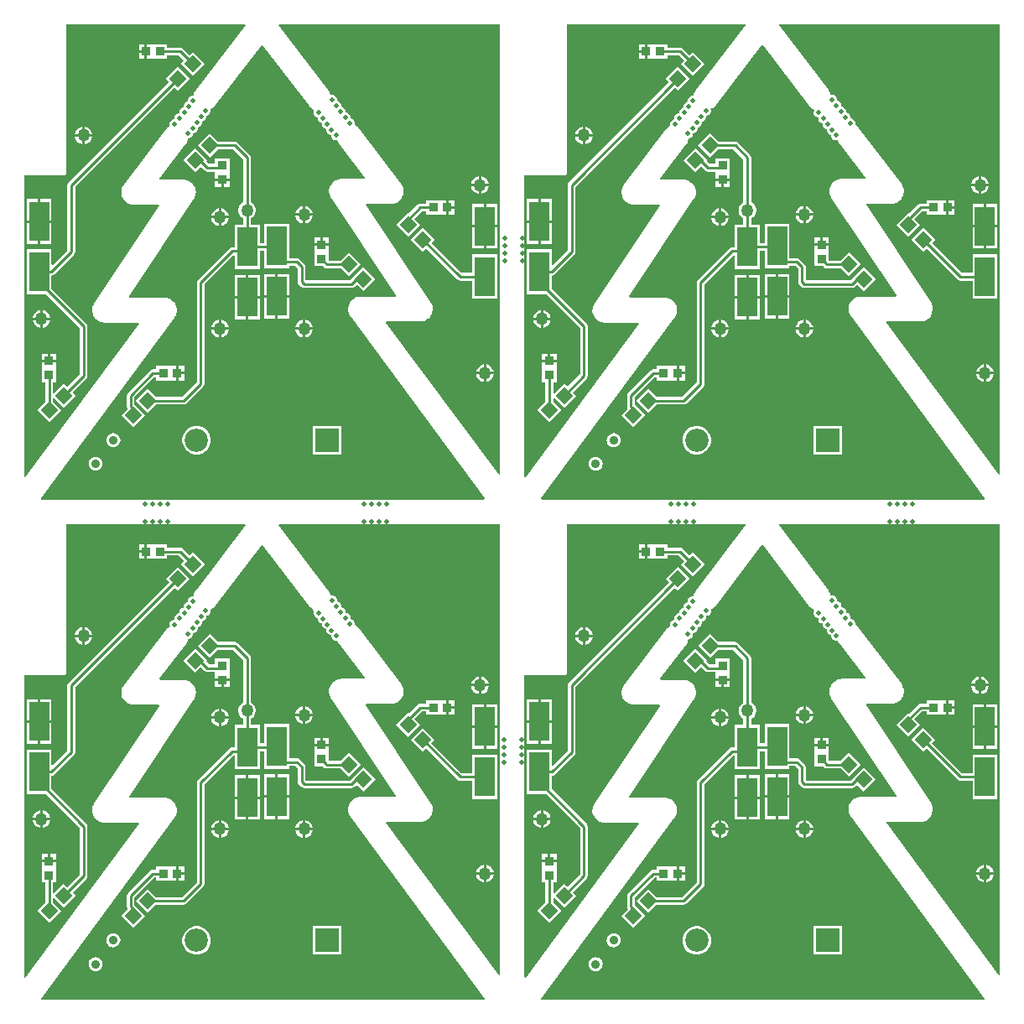
<source format=gbl>
%FSTAX23Y23*%
%MOIN*%
%SFA1B1*%

%IPPOS*%
%AMD15*
4,1,4,0.000000,0.033400,-0.033400,0.000000,0.000000,-0.033400,0.033400,0.000000,0.000000,0.033400,0.0*
%
%AMD16*
4,1,4,-0.033400,0.000000,0.000000,-0.033400,0.033400,0.000000,0.000000,0.033400,-0.033400,0.000000,0.0*
%
%ADD13R,0.037880X0.036810*%
%ADD14R,0.078740X0.157480*%
G04~CAMADD=15~10~0.0~472.4~0.0~0.0~0.0~0.0~0~0.0~0.0~0.0~0.0~0~0.0~0.0~0.0~0.0~0~0.0~0.0~0.0~405.0~472.4~0.0*
%ADD15D15*%
G04~CAMADD=16~10~0.0~472.4~0.0~0.0~0.0~0.0~0~0.0~0.0~0.0~0.0~0~0.0~0.0~0.0~0.0~0~0.0~0.0~0.0~135.0~472.4~0.0*
%ADD16D16*%
%ADD17R,0.036810X0.037880*%
%ADD18C,0.010000*%
%ADD19C,0.000000*%
%ADD20C,0.019680*%
%ADD21C,0.092520*%
%ADD22R,0.092520X0.092520*%
%ADD23C,0.035430*%
%ADD24C,0.050000*%
%LNpcb_panel_v3-1*%
%LPD*%
G36*
X04877Y03086D02*
X04873Y03085D01*
X04426Y03691*
X04428Y03695*
X04567*
X04568Y03695*
X04569Y03696*
X0458Y03698*
X04581Y03699*
X04582Y037*
X04591Y03705*
X04592Y03706*
X04593Y03707*
X04601Y03714*
X04602Y03716*
X04602Y03717*
X04608Y03726*
X04608Y03727*
X04608Y03729*
X04611Y03739*
X04611Y0374*
X04611Y03742*
X04611Y03753*
X0461Y03754*
X0461Y03755*
X04607Y03765*
X04606Y03767*
X04606Y03768*
X04603Y03772*
X04345Y04159*
X04347Y04164*
X04451*
X04453Y04164*
X04454Y04164*
X04465Y04167*
X04466Y04168*
X04467Y04168*
X04477Y04174*
X04478Y04175*
X04479Y04176*
X04486Y04184*
X04487Y04185*
X04488Y04186*
X04493Y04196*
X04493Y04198*
X04494Y04199*
X04496Y0421*
X04496Y04211*
X04496Y04212*
X04495Y04223*
X04494Y04225*
X04494Y04226*
X0449Y04236*
X04489Y04238*
X04489Y04239*
X04485Y04243*
X04318Y04463*
X04315Y04468*
X04313Y04469*
X04312Y0447*
X04302Y04477*
X04301Y04477*
X04302Y04479*
Y04487*
X04299Y04494*
X04293Y04499*
X04286Y04502*
X04284*
X04284Y04503*
Y04511*
X04281Y04518*
X04275Y04523*
X04268Y04526*
X04265*
Y04534*
X04262Y04541*
X04256Y04546*
X04249Y04549*
X04248*
Y04557*
X04245Y04564*
X04239Y04569*
X04232Y04572*
X04231*
Y0458*
X04228Y04587*
X04222Y04592*
X04215Y04595*
X04207*
X04204Y046*
X04202Y04604*
X04202Y04605*
X04201Y04606*
X04198Y04612*
X04198Y04612*
X04198Y04613*
X04196Y04615*
X03999Y04873*
X04001Y04877*
X04041*
X04877*
Y03086*
G37*
G36*
X02889D02*
X02885Y03085D01*
X02438Y03691*
X0244Y03695*
X02578*
X0258Y03695*
X02581Y03696*
X02591Y03698*
X02593Y03699*
X02594Y037*
X02603Y03705*
X02604Y03706*
X02605Y03707*
X02613Y03714*
X02613Y03716*
X02614Y03717*
X02619Y03726*
X0262Y03727*
X0262Y03729*
X02623Y03739*
X02623Y0374*
X02623Y03742*
X02622Y03753*
X02622Y03754*
X02622Y03755*
X02619Y03765*
X02618Y03767*
X02617Y03768*
X02614Y03772*
X02356Y04159*
X02359Y04164*
X02463*
X02465Y04164*
X02466Y04164*
X02477Y04167*
X02478Y04168*
X02479Y04168*
X02488Y04174*
X02489Y04175*
X02491Y04176*
X02498Y04184*
X02499Y04185*
X025Y04186*
X02504Y04196*
X02505Y04198*
X02505Y04199*
X02507Y0421*
X02507Y04211*
X02508Y04212*
X02506Y04223*
X02506Y04225*
X02506Y04226*
X02502Y04236*
X02501Y04238*
X025Y04239*
X02497Y04243*
X0233Y04463*
X02326Y04468*
X02325Y04469*
X02324Y0447*
X02314Y04477*
X02313Y04477*
X02314Y04479*
Y04487*
X0231Y04494*
X02305Y04499*
X02298Y04502*
X02296*
X02296Y04503*
Y04511*
X02292Y04518*
X02287Y04523*
X0228Y04526*
X02277*
Y04534*
X02273Y04541*
X02268Y04546*
X02261Y04549*
X0226*
Y04557*
X02256Y04564*
X02251Y04569*
X02244Y04572*
X02243*
Y0458*
X02239Y04587*
X02234Y04592*
X02227Y04595*
X02219*
X02216Y046*
X02214Y04604*
X02214Y04605*
X02213Y04606*
X0221Y04612*
X0221Y04612*
X02209Y04613*
X02207Y04615*
X0201Y04873*
X02013Y04877*
X02053*
X02889*
Y03086*
G37*
G36*
X03867Y04873D02*
X0367Y04615D01*
X03667Y04611*
X03666Y0461*
X03665Y04609*
X03661Y04599*
X03661Y04598*
X03661Y04597*
X0366Y04592*
X03653*
X03646Y04589*
X0364Y04584*
X03637Y04576*
Y04569*
X03636*
X03629Y04566*
X03623Y04561*
X0362Y04553*
Y04546*
X03619*
X03612Y04543*
X03606Y04538*
X03603Y0453*
Y04523*
X036*
X03593Y0452*
X03587Y04515*
X03584Y04507*
Y04499*
X03584Y04499*
X03582*
X03575Y04496*
X03569Y04491*
X03566Y04483*
Y04475*
X03567Y04473*
X03567Y04473*
X03557Y04466*
X03556Y04465*
X03554Y04464*
X03551Y04459*
X03384Y04239*
X0338Y04235*
X0338Y04234*
X03379Y04232*
X03375Y04222*
X03375Y04221*
X03374Y0422*
X03373Y04209*
X03374Y04207*
X03374Y04206*
X03376Y04195*
X03376Y04194*
X03376Y04192*
X03381Y04182*
X03382Y04181*
X03383Y0418*
X0339Y04172*
X03391Y04171*
X03392Y0417*
X03402Y04164*
X03403Y04164*
X03404Y04163*
X03415Y0416*
X03416Y0416*
X03418Y0416*
X03522*
X03525Y04155*
X03267Y03768*
X03264Y03764*
X03263Y03763*
X03262Y03761*
X03259Y03751*
X03259Y0375*
X03259Y03749*
X03258Y03738*
X03258Y03737*
X03258Y03735*
X03261Y03725*
X03261Y03723*
X03262Y03722*
X03267Y03713*
X03267Y03712*
X03268Y03711*
X03276Y03703*
X03277Y03702*
X03278Y03701*
X03287Y03696*
X03288Y03695*
X03289Y03694*
X033Y03692*
X03301Y03692*
X03302Y03691*
X03441*
X03443Y03687*
X02992Y03075*
X02988Y03077*
Y04277*
X03145*
X03149Y04277*
X03152Y0428*
X03155Y04283*
X03155Y04287*
Y04877*
X03865*
X03867Y04873*
G37*
G36*
X01879D02*
X01682Y04615D01*
X01678Y04611*
X01678Y0461*
X01677Y04609*
X01673Y04599*
X01673Y04598*
X01673Y04597*
X01672Y04592*
X01665*
X01658Y04589*
X01652Y04584*
X01649Y04576*
Y04569*
X01648*
X01641Y04566*
X01635Y04561*
X01632Y04553*
Y04546*
X01631*
X01624Y04543*
X01618Y04538*
X01615Y0453*
Y04523*
X01612*
X01605Y0452*
X01599Y04515*
X01596Y04507*
Y04499*
X01596Y04499*
X01594*
X01587Y04496*
X01581Y04491*
X01578Y04483*
Y04475*
X01579Y04473*
X01579Y04473*
X01569Y04466*
X01567Y04465*
X01566Y04464*
X01563Y04459*
X01396Y04239*
X01392Y04235*
X01392Y04234*
X01391Y04232*
X01387Y04222*
X01387Y04221*
X01386Y0422*
X01385Y04209*
X01385Y04207*
X01385Y04206*
X01387Y04195*
X01388Y04194*
X01388Y04192*
X01393Y04182*
X01394Y04181*
X01395Y0418*
X01402Y04172*
X01403Y04171*
X01404Y0417*
X01414Y04164*
X01415Y04164*
X01416Y04163*
X01427Y0416*
X01428Y0416*
X0143Y0416*
X01534*
X01536Y04155*
X01278Y03768*
X01275Y03764*
X01275Y03763*
X01274Y03761*
X01271Y03751*
X01271Y0375*
X0127Y03749*
X0127Y03738*
X0127Y03737*
X0127Y03735*
X01272Y03725*
X01273Y03723*
X01273Y03722*
X01278Y03713*
X01279Y03712*
X0128Y03711*
X01287Y03703*
X01289Y03702*
X0129Y03701*
X01299Y03696*
X013Y03695*
X01301Y03694*
X01312Y03692*
X01313Y03692*
X01314Y03691*
X01452*
X01455Y03687*
X01004Y03075*
X01Y03077*
Y04277*
X01157*
X01161Y04277*
X01164Y0428*
X01166Y04283*
X01167Y04287*
Y04877*
X01876*
X01879Y04873*
G37*
G36*
X04117Y04555D02*
X04121Y0455D01*
X04122Y04549*
X04123Y04548*
X04133Y04541*
X04134Y0454*
X04136Y0454*
X04136Y0454*
X04139Y04534*
X04137Y04529*
Y04522*
X0414Y04514*
X04146Y04509*
X04153Y04506*
X04155*
Y04499*
X04158Y04491*
X04164Y04486*
X04171Y04483*
X04172*
Y04476*
X04175Y04468*
X04181Y04463*
X04188Y0446*
X04189*
Y04453*
X04192Y04445*
X04198Y0444*
X04205Y04437*
X04208*
Y04431*
X04211Y04423*
X04217Y04418*
X04224Y04415*
X04232*
X04234Y04412*
X04237Y04407*
X04237Y04406*
X04237Y04405*
X04239Y04403*
X04342Y04267*
X0434Y04263*
X04245*
X04244Y04263*
X04243*
X04235Y04261*
X04235Y04261*
X04234Y04261*
X04226Y04258*
X04226Y04257*
X04225Y04257*
X04218Y04252*
X04217Y04252*
X04217Y04251*
X04211Y04246*
X04211Y04245*
X0421Y04244*
X04206Y04238*
X04205Y04237*
X04205Y04236*
X04202Y04229*
X04201Y04228*
X04201Y04227*
X042Y04219*
Y04218*
X04199Y04217*
Y0421*
X042Y0421*
X04199Y04209*
X042Y04203*
X04201Y04202*
X04201Y04202*
X04202Y04196*
X04203Y04195*
X04203Y04195*
X04205Y04189*
X04206Y04189*
X04206Y04188*
X04208Y04186*
X04466Y03799*
X04463Y03794*
X04321*
X0432Y03794*
X04319*
X04311Y03793*
X0431Y03792*
X04309Y03792*
X04302Y03789*
X04301Y03789*
X043Y03788*
X04294Y03784*
X04293Y03783*
X04292Y03783*
X04287Y03777*
X04286Y03776*
X04286Y03776*
X04281Y03769*
X04281Y03768*
X0428Y03767*
X04277Y0376*
X04277Y03759*
X04277Y03758*
X04275Y03751*
Y0375*
X04275Y03749*
Y03742*
X04275Y03741*
X04275Y0374*
X04276Y03734*
X04277Y03733*
X04277Y03732*
X04279Y03726*
X04279Y03726*
X04279Y03725*
X04282Y03719*
X04283Y03719*
X04283Y03718*
X04285Y03715*
X04818Y02992*
X04816Y02988*
X03056*
X03054Y02992*
X03584Y03711*
X03586Y03714*
X03586Y03715*
X03587Y03715*
X0359Y03721*
X0359Y03722*
X0359Y03722*
X03592Y03728*
X03592Y03729*
X03593Y0373*
X03594Y03736*
X03594Y03737*
X03594Y03738*
Y03745*
X03594Y03746*
Y03747*
X03592Y03754*
X03592Y03755*
X03592Y03756*
X03589Y03763*
X03588Y03764*
X03588Y03765*
X03583Y03772*
X03583Y03772*
X03582Y03773*
X03577Y03779*
X03576Y03779*
X03575Y0378*
X03569Y03784*
X03568Y03785*
X03567Y03785*
X0356Y03788*
X03559Y03788*
X03558Y03789*
X0355Y0379*
X03549*
X03548Y0379*
X03406*
X03403Y03795*
X03661Y04182*
X03663Y04184*
X03663Y04185*
X03664Y04186*
X03666Y04191*
X03666Y04192*
X03667Y04192*
X03668Y04198*
X03668Y04198*
X03669Y04199*
X0367Y04205*
X0367Y04206*
X0367Y04206*
Y04213*
X0367Y04214*
Y04215*
X03668Y04223*
X03668Y04224*
X03667Y04225*
X03664Y04232*
X03664Y04233*
X03664Y04234*
X03659Y0424*
X03658Y04241*
X03658Y04242*
X03652Y04247*
X03652Y04248*
X03651Y04248*
X03644Y04253*
X03644Y04253*
X03643Y04254*
X03636Y04257*
X03635Y04257*
X03634Y04257*
X03626Y04259*
X03625*
X03624Y04259*
X03529*
X03527Y04263*
X0363Y04399*
X03632Y04401*
X03632Y04402*
X03633Y04403*
X03636Y04408*
X03636Y04409*
X03636Y0441*
X03638Y04416*
X03638Y04417*
X03639Y04418*
X03639Y04422*
X03642*
X03649Y04425*
X03655Y04431*
X03658Y04438*
Y04444*
X03661*
X03668Y04447*
X03674Y04453*
X03677Y0446*
Y04467*
X03678*
X03685Y0447*
X03691Y04476*
X03694Y04483*
Y0449*
X03695*
X03702Y04493*
X03708Y04499*
X03711Y04506*
Y04513*
X03713*
X0372Y04516*
X03726Y04522*
X03729Y04529*
Y04537*
X03728Y04539*
X03733Y04542*
X03734Y04542*
X03735Y04543*
X03744Y04549*
X03744Y0455*
X03745Y04551*
X03749Y04555*
X0393Y04793*
X03935*
X04117Y04555*
G37*
G36*
X02129D02*
X02132Y0455D01*
X02134Y04549*
X02135Y04548*
X02145Y04541*
X02146Y0454*
X02148Y0454*
X02148Y0454*
X02151Y04534*
X02149Y04529*
Y04522*
X02152Y04514*
X02157Y04509*
X02165Y04506*
X02167*
Y04499*
X0217Y04491*
X02175Y04486*
X02183Y04483*
X02184*
Y04476*
X02187Y04468*
X02192Y04463*
X022Y0446*
X02201*
Y04453*
X02204Y04445*
X02209Y0444*
X02217Y04437*
X0222*
Y04431*
X02223Y04423*
X02228Y04418*
X02236Y04415*
X02244*
X02245Y04412*
X02248Y04407*
X02249Y04406*
X02249Y04405*
X02251Y04403*
X02354Y04267*
X02352Y04263*
X02257*
X02256Y04263*
X02255*
X02247Y04261*
X02246Y04261*
X02245Y04261*
X02238Y04258*
X02237Y04257*
X02236Y04257*
X0223Y04252*
X02229Y04252*
X02228Y04251*
X02223Y04246*
X02222Y04245*
X02222Y04244*
X02217Y04238*
X02217Y04237*
X02216Y04236*
X02213Y04229*
X02213Y04228*
X02213Y04227*
X02211Y04219*
Y04218*
X02211Y04217*
Y0421*
X02211Y0421*
X02211Y04209*
X02212Y04203*
X02212Y04202*
X02212Y04202*
X02214Y04196*
X02215Y04195*
X02215Y04195*
X02217Y04189*
X02218Y04189*
X02218Y04188*
X0222Y04186*
X02478Y03799*
X02475Y03794*
X02333*
X02332Y03794*
X02331*
X02323Y03793*
X02322Y03792*
X02321Y03792*
X02314Y03789*
X02313Y03789*
X02312Y03788*
X02306Y03784*
X02305Y03783*
X02304Y03783*
X02299Y03777*
X02298Y03776*
X02298Y03776*
X02293Y03769*
X02293Y03768*
X02292Y03767*
X02289Y0376*
X02289Y03759*
X02289Y03758*
X02287Y03751*
Y0375*
X02287Y03749*
Y03742*
X02287Y03741*
X02287Y0374*
X02288Y03734*
X02288Y03733*
X02289Y03732*
X0229Y03726*
X02291Y03726*
X02291Y03725*
X02294Y03719*
X02294Y03719*
X02295Y03718*
X02297Y03715*
X0283Y02992*
X02827Y02988*
X01068*
X01066Y02992*
X01596Y03711*
X01598Y03714*
X01598Y03715*
X01599Y03715*
X01602Y03721*
X01602Y03722*
X01602Y03722*
X01604Y03728*
X01604Y03729*
X01605Y0373*
X01606Y03736*
X01606Y03737*
X01606Y03738*
Y03745*
X01606Y03746*
Y03747*
X01604Y03754*
X01604Y03755*
X01603Y03756*
X016Y03763*
X016Y03764*
X01599Y03765*
X01595Y03772*
X01594Y03772*
X01594Y03773*
X01588Y03779*
X01588Y03779*
X01587Y0378*
X0158Y03784*
X0158Y03785*
X01579Y03785*
X01572Y03788*
X01571Y03788*
X0157Y03789*
X01562Y0379*
X01561*
X0156Y0379*
X01418*
X01415Y03795*
X01673Y04182*
X01675Y04184*
X01675Y04185*
X01676Y04186*
X01678Y04191*
X01678Y04192*
X01679Y04192*
X0168Y04198*
X0168Y04198*
X01681Y04199*
X01681Y04205*
X01681Y04206*
X01682Y04206*
Y04213*
X01681Y04214*
Y04215*
X0168Y04223*
X01679Y04224*
X01679Y04225*
X01676Y04232*
X01676Y04233*
X01675Y04234*
X01671Y0424*
X0167Y04241*
X0167Y04242*
X01664Y04247*
X01663Y04248*
X01663Y04248*
X01656Y04253*
X01655Y04253*
X01654Y04254*
X01647Y04257*
X01646Y04257*
X01645Y04257*
X01638Y04259*
X01637*
X01636Y04259*
X01541*
X01538Y04263*
X01641Y04399*
X01643Y04401*
X01644Y04402*
X01644Y04403*
X01647Y04408*
X01648Y04409*
X01648Y0441*
X0165Y04416*
X0165Y04417*
X0165Y04418*
X01651Y04422*
X01654*
X01661Y04425*
X01667Y04431*
X0167Y04438*
Y04444*
X01673*
X0168Y04447*
X01686Y04453*
X01689Y0446*
Y04467*
X0169*
X01697Y0447*
X01703Y04476*
X01706Y04483*
Y0449*
X01707*
X01714Y04493*
X0172Y04499*
X01723Y04506*
Y04513*
X01725*
X01732Y04516*
X01738Y04522*
X01741Y04529*
Y04537*
X0174Y04539*
X01745Y04542*
X01746Y04542*
X01747Y04543*
X01755Y04549*
X01756Y0455*
X01757Y04551*
X0176Y04555*
X01942Y04793*
X01947*
X02129Y04555*
G37*
G36*
X04877Y01098D02*
X04873Y01097D01*
X04426Y01703*
X04428Y01707*
X04567*
X04568Y01707*
X04569Y01707*
X0458Y0171*
X04581Y01711*
X04582Y01711*
X04591Y01717*
X04592Y01718*
X04593Y01719*
X04601Y01726*
X04602Y01727*
X04602Y01728*
X04608Y01738*
X04608Y01739*
X04608Y0174*
X04611Y01751*
X04611Y01752*
X04611Y01754*
X04611Y01764*
X0461Y01766*
X0461Y01767*
X04607Y01777*
X04606Y01778*
X04606Y0178*
X04603Y01784*
X04345Y02171*
X04347Y02175*
X04451*
X04453Y02176*
X04454Y02176*
X04465Y02179*
X04466Y0218*
X04467Y0218*
X04477Y02186*
X04478Y02187*
X04479Y02188*
X04486Y02196*
X04487Y02197*
X04488Y02198*
X04493Y02208*
X04493Y02209*
X04494Y02211*
X04496Y02221*
X04496Y02223*
X04496Y02224*
X04495Y02235*
X04494Y02237*
X04494Y02238*
X0449Y02248*
X04489Y02249*
X04489Y02251*
X04485Y02255*
X04318Y02475*
X04315Y0248*
X04313Y02481*
X04312Y02482*
X04302Y02489*
X04301Y02489*
X04302Y02491*
Y02498*
X04299Y02506*
X04293Y02511*
X04286Y02514*
X04284*
X04284Y02515*
Y02522*
X04281Y0253*
X04275Y02535*
X04268Y02538*
X04265*
Y02545*
X04262Y02553*
X04256Y02558*
X04249Y02561*
X04248*
Y02568*
X04245Y02576*
X04239Y02581*
X04232Y02584*
X04231*
Y02591*
X04228Y02599*
X04222Y02604*
X04215Y02607*
X04207*
X04204Y02611*
X04202Y02616*
X04202Y02617*
X04201Y02618*
X04198Y02623*
X04198Y02624*
X04198Y02625*
X04196Y02627*
X03999Y02885*
X04001Y02889*
X04041*
X04877*
Y01098*
G37*
G36*
X02889D02*
X02885Y01097D01*
X02438Y01703*
X0244Y01707*
X02578*
X0258Y01707*
X02581Y01707*
X02591Y0171*
X02593Y01711*
X02594Y01711*
X02603Y01717*
X02604Y01718*
X02605Y01719*
X02613Y01726*
X02613Y01727*
X02614Y01728*
X02619Y01738*
X0262Y01739*
X0262Y0174*
X02623Y01751*
X02623Y01752*
X02623Y01754*
X02622Y01764*
X02622Y01766*
X02622Y01767*
X02619Y01777*
X02618Y01778*
X02617Y0178*
X02614Y01784*
X02356Y02171*
X02359Y02175*
X02463*
X02465Y02176*
X02466Y02176*
X02477Y02179*
X02478Y0218*
X02479Y0218*
X02488Y02186*
X02489Y02187*
X02491Y02188*
X02498Y02196*
X02499Y02197*
X025Y02198*
X02504Y02208*
X02505Y02209*
X02505Y02211*
X02507Y02221*
X02507Y02223*
X02508Y02224*
X02506Y02235*
X02506Y02237*
X02506Y02238*
X02502Y02248*
X02501Y02249*
X025Y02251*
X02497Y02255*
X0233Y02475*
X02326Y0248*
X02325Y02481*
X02324Y02482*
X02314Y02489*
X02313Y02489*
X02314Y02491*
Y02498*
X0231Y02506*
X02305Y02511*
X02298Y02514*
X02296*
X02296Y02515*
Y02522*
X02292Y0253*
X02287Y02535*
X0228Y02538*
X02277*
Y02545*
X02273Y02553*
X02268Y02558*
X02261Y02561*
X0226*
Y02568*
X02256Y02576*
X02251Y02581*
X02244Y02584*
X02243*
Y02591*
X02239Y02599*
X02234Y02604*
X02227Y02607*
X02219*
X02216Y02611*
X02214Y02616*
X02214Y02617*
X02213Y02618*
X0221Y02623*
X0221Y02624*
X02209Y02625*
X02207Y02627*
X0201Y02885*
X02013Y02889*
X02053*
X02889*
Y01098*
G37*
G36*
X03867Y02885D02*
X0367Y02627D01*
X03667Y02623*
X03666Y02622*
X03665Y02621*
X03661Y02611*
X03661Y0261*
X03661Y02609*
X0366Y02604*
X03653*
X03646Y02601*
X0364Y02595*
X03637Y02588*
Y02581*
X03636*
X03629Y02578*
X03623Y02572*
X0362Y02565*
Y02558*
X03619*
X03612Y02555*
X03606Y02549*
X03603Y02542*
Y02535*
X036*
X03593Y02532*
X03587Y02526*
X03584Y02519*
Y02511*
X03584Y02511*
X03582*
X03575Y02508*
X03569Y02502*
X03566Y02495*
Y02487*
X03567Y02485*
X03567Y02485*
X03557Y02478*
X03556Y02477*
X03554Y02476*
X03551Y02471*
X03384Y02251*
X0338Y02247*
X0338Y02246*
X03379Y02244*
X03375Y02234*
X03375Y02233*
X03374Y02231*
X03373Y0222*
X03374Y02219*
X03374Y02218*
X03376Y02207*
X03376Y02205*
X03376Y02204*
X03381Y02194*
X03382Y02193*
X03383Y02192*
X0339Y02184*
X03391Y02183*
X03392Y02182*
X03402Y02176*
X03403Y02176*
X03404Y02175*
X03415Y02172*
X03416Y02172*
X03418Y02172*
X03522*
X03525Y02167*
X03267Y0178*
X03264Y01776*
X03263Y01774*
X03262Y01773*
X03259Y01763*
X03259Y01762*
X03259Y0176*
X03258Y0175*
X03258Y01748*
X03258Y01747*
X03261Y01737*
X03261Y01735*
X03262Y01734*
X03267Y01725*
X03267Y01723*
X03268Y01722*
X03276Y01715*
X03277Y01714*
X03278Y01713*
X03287Y01707*
X03288Y01707*
X03289Y01706*
X033Y01703*
X03301Y01703*
X03302Y01703*
X03441*
X03443Y01699*
X02992Y01087*
X02988Y01089*
Y02289*
X03145*
X03149Y02289*
X03152Y02292*
X03155Y02295*
X03155Y02299*
Y02889*
X03865*
X03867Y02885*
G37*
G36*
X01879D02*
X01682Y02627D01*
X01678Y02623*
X01678Y02622*
X01677Y02621*
X01673Y02611*
X01673Y0261*
X01673Y02609*
X01672Y02604*
X01665*
X01658Y02601*
X01652Y02595*
X01649Y02588*
Y02581*
X01648*
X01641Y02578*
X01635Y02572*
X01632Y02565*
Y02558*
X01631*
X01624Y02555*
X01618Y02549*
X01615Y02542*
Y02535*
X01612*
X01605Y02532*
X01599Y02526*
X01596Y02519*
Y02511*
X01596Y02511*
X01594*
X01587Y02508*
X01581Y02502*
X01578Y02495*
Y02487*
X01579Y02485*
X01579Y02485*
X01569Y02478*
X01567Y02477*
X01566Y02476*
X01563Y02471*
X01396Y02251*
X01392Y02247*
X01392Y02246*
X01391Y02244*
X01387Y02234*
X01387Y02233*
X01386Y02231*
X01385Y0222*
X01385Y02219*
X01385Y02218*
X01387Y02207*
X01388Y02205*
X01388Y02204*
X01393Y02194*
X01394Y02193*
X01395Y02192*
X01402Y02184*
X01403Y02183*
X01404Y02182*
X01414Y02176*
X01415Y02176*
X01416Y02175*
X01427Y02172*
X01428Y02172*
X0143Y02172*
X01534*
X01536Y02167*
X01278Y0178*
X01275Y01776*
X01275Y01774*
X01274Y01773*
X01271Y01763*
X01271Y01762*
X0127Y0176*
X0127Y0175*
X0127Y01748*
X0127Y01747*
X01272Y01737*
X01273Y01735*
X01273Y01734*
X01278Y01725*
X01279Y01723*
X0128Y01722*
X01287Y01715*
X01289Y01714*
X0129Y01713*
X01299Y01707*
X013Y01707*
X01301Y01706*
X01312Y01703*
X01313Y01703*
X01314Y01703*
X01452*
X01455Y01699*
X01004Y01087*
X01Y01089*
Y02289*
X01157*
X01161Y02289*
X01164Y02292*
X01166Y02295*
X01167Y02299*
Y02889*
X01876*
X01879Y02885*
G37*
G36*
X04117Y02567D02*
X04121Y02562D01*
X04122Y02561*
X04123Y0256*
X04133Y02553*
X04134Y02552*
X04136Y02552*
X04136Y02551*
X04139Y02545*
X04137Y02541*
Y02533*
X0414Y02526*
X04146Y02521*
X04153Y02518*
X04155*
Y0251*
X04158Y02503*
X04164Y02498*
X04171Y02495*
X04172*
Y02487*
X04175Y0248*
X04181Y02475*
X04188Y02472*
X04189*
Y02464*
X04192Y02457*
X04198Y02452*
X04205Y02449*
X04208*
Y02442*
X04211Y02435*
X04217Y0243*
X04224Y02427*
X04232*
X04234Y02424*
X04237Y02419*
X04237Y02418*
X04237Y02417*
X04239Y02415*
X04342Y02279*
X0434Y02275*
X04245*
X04244Y02274*
X04243*
X04235Y02273*
X04235Y02273*
X04234Y02272*
X04226Y02269*
X04226Y02269*
X04225Y02268*
X04218Y02264*
X04217Y02263*
X04217Y02263*
X04211Y02257*
X04211Y02257*
X0421Y02256*
X04206Y02249*
X04205Y02248*
X04205Y02248*
X04202Y0224*
X04201Y02239*
X04201Y02239*
X042Y02231*
Y0223*
X04199Y02229*
Y02222*
X042Y02221*
X04199Y02221*
X042Y02215*
X04201Y02214*
X04201Y02213*
X04202Y02208*
X04203Y02207*
X04203Y02207*
X04205Y02201*
X04206Y02201*
X04206Y022*
X04208Y02198*
X04466Y01811*
X04463Y01806*
X04321*
X0432Y01806*
X04319*
X04311Y01804*
X0431Y01804*
X04309Y01804*
X04302Y01801*
X04301Y018*
X043Y018*
X04294Y01796*
X04293Y01795*
X04292Y01794*
X04287Y01789*
X04286Y01788*
X04286Y01787*
X04281Y01781*
X04281Y0178*
X0428Y01779*
X04277Y01772*
X04277Y01771*
X04277Y0177*
X04275Y01762*
Y01761*
X04275Y0176*
Y01753*
X04275Y01753*
X04275Y01752*
X04276Y01746*
X04277Y01745*
X04277Y01744*
X04279Y01738*
X04279Y01737*
X04279Y01737*
X04282Y01731*
X04283Y0173*
X04283Y0173*
X04285Y01727*
X04818Y01004*
X04816Y01*
X03056*
X03054Y01004*
X03584Y01723*
X03586Y01726*
X03586Y01726*
X03587Y01727*
X0359Y01733*
X0359Y01733*
X0359Y01734*
X03592Y0174*
X03592Y01741*
X03593Y01742*
X03594Y01748*
X03594Y01749*
X03594Y0175*
Y01757*
X03594Y01758*
Y01759*
X03592Y01766*
X03592Y01767*
X03592Y01768*
X03589Y01775*
X03588Y01776*
X03588Y01777*
X03583Y01783*
X03583Y01784*
X03582Y01785*
X03577Y0179*
X03576Y01791*
X03575Y01792*
X03569Y01796*
X03568Y01796*
X03567Y01797*
X0356Y018*
X03559Y018*
X03558Y01801*
X0355Y01802*
X03549*
X03548Y01802*
X03406*
X03403Y01807*
X03661Y02194*
X03663Y02196*
X03663Y02197*
X03664Y02197*
X03666Y02203*
X03666Y02203*
X03667Y02204*
X03668Y0221*
X03668Y0221*
X03669Y02211*
X0367Y02217*
X0367Y02217*
X0367Y02218*
Y02225*
X0367Y02226*
Y02227*
X03668Y02235*
X03668Y02236*
X03667Y02237*
X03664Y02244*
X03664Y02245*
X03664Y02245*
X03659Y02252*
X03658Y02253*
X03658Y02253*
X03652Y02259*
X03652Y02259*
X03651Y0226*
X03644Y02265*
X03644Y02265*
X03643Y02265*
X03636Y02268*
X03635Y02269*
X03634Y02269*
X03626Y02271*
X03625*
X03624Y02271*
X03529*
X03527Y02275*
X0363Y02411*
X03632Y02413*
X03632Y02414*
X03633Y02415*
X03636Y0242*
X03636Y02421*
X03636Y02422*
X03638Y02428*
X03638Y02429*
X03639Y02429*
X03639Y02434*
X03642*
X03649Y02437*
X03655Y02443*
X03658Y0245*
Y02456*
X03661*
X03668Y02459*
X03674Y02465*
X03677Y02472*
Y02479*
X03678*
X03685Y02482*
X03691Y02488*
X03694Y02495*
Y02502*
X03695*
X03702Y02505*
X03708Y02511*
X03711Y02518*
Y02525*
X03713*
X0372Y02528*
X03726Y02534*
X03729Y02541*
Y02549*
X03728Y02551*
X03733Y02553*
X03734Y02554*
X03735Y02555*
X03744Y02561*
X03744Y02562*
X03745Y02563*
X03749Y02567*
X0393Y02805*
X03935*
X04117Y02567*
G37*
G36*
X02129D02*
X02132Y02562D01*
X02134Y02561*
X02135Y0256*
X02145Y02553*
X02146Y02552*
X02148Y02552*
X02148Y02551*
X02151Y02545*
X02149Y02541*
Y02533*
X02152Y02526*
X02157Y02521*
X02165Y02518*
X02167*
Y0251*
X0217Y02503*
X02175Y02498*
X02183Y02495*
X02184*
Y02487*
X02187Y0248*
X02192Y02475*
X022Y02472*
X02201*
Y02464*
X02204Y02457*
X02209Y02452*
X02217Y02449*
X0222*
Y02442*
X02223Y02435*
X02228Y0243*
X02236Y02427*
X02244*
X02245Y02424*
X02248Y02419*
X02249Y02418*
X02249Y02417*
X02251Y02415*
X02354Y02279*
X02352Y02275*
X02257*
X02256Y02274*
X02255*
X02247Y02273*
X02246Y02273*
X02245Y02272*
X02238Y02269*
X02237Y02269*
X02236Y02268*
X0223Y02264*
X02229Y02263*
X02228Y02263*
X02223Y02257*
X02222Y02257*
X02222Y02256*
X02217Y02249*
X02217Y02248*
X02216Y02248*
X02213Y0224*
X02213Y02239*
X02213Y02239*
X02211Y02231*
Y0223*
X02211Y02229*
Y02222*
X02211Y02221*
X02211Y02221*
X02212Y02215*
X02212Y02214*
X02212Y02213*
X02214Y02208*
X02215Y02207*
X02215Y02207*
X02217Y02201*
X02218Y02201*
X02218Y022*
X0222Y02198*
X02478Y01811*
X02475Y01806*
X02333*
X02332Y01806*
X02331*
X02323Y01804*
X02322Y01804*
X02321Y01804*
X02314Y01801*
X02313Y018*
X02312Y018*
X02306Y01796*
X02305Y01795*
X02304Y01794*
X02299Y01789*
X02298Y01788*
X02298Y01787*
X02293Y01781*
X02293Y0178*
X02292Y01779*
X02289Y01772*
X02289Y01771*
X02289Y0177*
X02287Y01762*
Y01761*
X02287Y0176*
Y01753*
X02287Y01753*
X02287Y01752*
X02288Y01746*
X02288Y01745*
X02289Y01744*
X0229Y01738*
X02291Y01737*
X02291Y01737*
X02294Y01731*
X02294Y0173*
X02295Y0173*
X02297Y01727*
X0283Y01004*
X02827Y01*
X01068*
X01066Y01004*
X01596Y01723*
X01598Y01726*
X01598Y01726*
X01599Y01727*
X01602Y01733*
X01602Y01733*
X01602Y01734*
X01604Y0174*
X01604Y01741*
X01605Y01742*
X01606Y01748*
X01606Y01749*
X01606Y0175*
Y01757*
X01606Y01758*
Y01759*
X01604Y01766*
X01604Y01767*
X01603Y01768*
X016Y01775*
X016Y01776*
X01599Y01777*
X01595Y01783*
X01594Y01784*
X01594Y01785*
X01588Y0179*
X01588Y01791*
X01587Y01792*
X0158Y01796*
X0158Y01796*
X01579Y01797*
X01572Y018*
X01571Y018*
X0157Y01801*
X01562Y01802*
X01561*
X0156Y01802*
X01418*
X01415Y01807*
X01673Y02194*
X01675Y02196*
X01675Y02197*
X01676Y02197*
X01678Y02203*
X01678Y02203*
X01679Y02204*
X0168Y0221*
X0168Y0221*
X01681Y02211*
X01681Y02217*
X01681Y02217*
X01682Y02218*
Y02225*
X01681Y02226*
Y02227*
X0168Y02235*
X01679Y02236*
X01679Y02237*
X01676Y02244*
X01676Y02245*
X01675Y02245*
X01671Y02252*
X0167Y02253*
X0167Y02253*
X01664Y02259*
X01663Y02259*
X01663Y0226*
X01656Y02265*
X01655Y02265*
X01654Y02265*
X01647Y02268*
X01646Y02269*
X01645Y02269*
X01638Y02271*
X01637*
X01636Y02271*
X01541*
X01538Y02275*
X01641Y02411*
X01643Y02413*
X01644Y02414*
X01644Y02415*
X01647Y0242*
X01648Y02421*
X01648Y02422*
X0165Y02428*
X0165Y02429*
X0165Y02429*
X01651Y02434*
X01654*
X01661Y02437*
X01667Y02443*
X0167Y0245*
Y02456*
X01673*
X0168Y02459*
X01686Y02465*
X01689Y02472*
Y02479*
X0169*
X01697Y02482*
X01703Y02488*
X01706Y02495*
Y02502*
X01707*
X01714Y02505*
X0172Y02511*
X01723Y02518*
Y02525*
X01725*
X01732Y02528*
X01738Y02534*
X01741Y02541*
Y02549*
X0174Y02551*
X01745Y02553*
X01746Y02554*
X01747Y02555*
X01755Y02561*
X01756Y02562*
X01757Y02563*
X0176Y02567*
X01942Y02805*
X01947*
X02129Y02567*
G37*
%LNpcb_panel_v3-2*%
%LPC*%
G36*
X04804Y04273D02*
Y04243D01*
X04834*
X04831Y04251*
X04827Y04259*
X0482Y04266*
X04812Y0427*
X04804Y04273*
G37*
G36*
X04794D02*
X04785Y0427D01*
X04777Y04266*
X04771Y04259*
X04766Y04251*
X04764Y04243*
X04794*
Y04273*
G37*
G36*
X04834Y04233D02*
X04804D01*
Y04203*
X04812Y04205*
X0482Y0421*
X04827Y04216*
X04831Y04224*
X04834Y04233*
G37*
G36*
X04794D02*
X04764D01*
X04766Y04224*
X04771Y04216*
X04777Y0421*
X04785Y04205*
X04794Y04203*
Y04233*
G37*
G36*
X04698Y04178D02*
X04674D01*
Y04154*
X04698*
Y04178*
G37*
G36*
Y04144D02*
X04674D01*
Y0412*
X04698*
Y04144*
G37*
G36*
X04664Y04178D02*
X04585D01*
Y04164*
X04562*
X04557Y04163*
X04552Y0416*
X04516Y04125*
X04514Y04127*
X04466Y0408*
X04514Y04032*
X04561Y0408*
X04538Y04103*
X04569Y04134*
X04585*
Y0412*
X04664*
Y04149*
Y04178*
G37*
G36*
X04868Y04162D02*
X04823D01*
Y04079*
X04868*
Y04162*
G37*
G36*
X04813D02*
X04769D01*
Y04079*
X04813*
Y04162*
G37*
G36*
X04868Y04069D02*
X04823D01*
Y03985*
X04868*
Y04069*
G37*
G36*
X04813D02*
X04769D01*
Y03985*
X04813*
Y04069*
G37*
G36*
X04572Y04069D02*
X04524Y04021D01*
X04572Y03974*
X04585Y03987*
X04709Y03863*
X04714Y03859*
X0472Y03858*
X04769*
Y03785*
X04868*
Y03962*
X04769*
Y03889*
X04726*
X04607Y04008*
X0462Y04021*
X04572Y04069*
G37*
G36*
X04823Y03525D02*
Y03495D01*
X04853*
X04851Y03503*
X04846Y03511*
X0484Y03518*
X04832Y03522*
X04823Y03525*
G37*
G36*
X04813D02*
X04805Y03522D01*
X04797Y03518*
X0479Y03511*
X04786Y03503*
X04784Y03495*
X04813*
Y03525*
G37*
G36*
X04853Y03485D02*
X04823D01*
Y03455*
X04832Y03457*
X0484Y03462*
X04846Y03468*
X04851Y03476*
X04853Y03485*
G37*
G36*
X04813D02*
X04784D01*
X04786Y03476*
X0479Y03468*
X04797Y03462*
X04805Y03457*
X04813Y03455*
Y03485*
G37*
G36*
X02816Y04273D02*
Y04243D01*
X02845*
X02843Y04251*
X02839Y04259*
X02832Y04266*
X02824Y0427*
X02816Y04273*
G37*
G36*
X02806D02*
X02797Y0427D01*
X02789Y04266*
X02783Y04259*
X02778Y04251*
X02776Y04243*
X02806*
Y04273*
G37*
G36*
X02845Y04233D02*
X02816D01*
Y04203*
X02824Y04205*
X02832Y0421*
X02839Y04216*
X02843Y04224*
X02845Y04233*
G37*
G36*
X02806D02*
X02776D01*
X02778Y04224*
X02783Y04216*
X02789Y0421*
X02797Y04205*
X02806Y04203*
Y04233*
G37*
G36*
X0271Y04178D02*
X02686D01*
Y04154*
X0271*
Y04178*
G37*
G36*
Y04144D02*
X02686D01*
Y0412*
X0271*
Y04144*
G37*
G36*
X02676Y04178D02*
X02596D01*
Y04164*
X02574*
X02568Y04163*
X02563Y0416*
X02528Y04125*
X02525Y04127*
X02478Y0408*
X02525Y04032*
X02573Y0408*
X0255Y04103*
X02581Y04134*
X02596*
Y0412*
X02676*
Y04149*
Y04178*
G37*
G36*
X0288Y04162D02*
X02835D01*
Y04079*
X0288*
Y04162*
G37*
G36*
X02825D02*
X02781D01*
Y04079*
X02825*
Y04162*
G37*
G36*
X0288Y04069D02*
X02835D01*
Y03985*
X0288*
Y04069*
G37*
G36*
X02825D02*
X02781D01*
Y03985*
X02825*
Y04069*
G37*
G36*
X02584Y04069D02*
X02536Y04021D01*
X02584Y03974*
X02597Y03987*
X02721Y03863*
X02726Y03859*
X02732Y03858*
X02781*
Y03785*
X0288*
Y03962*
X02781*
Y03889*
X02738*
X02618Y04008*
X02631Y04021*
X02584Y04069*
G37*
G36*
X02835Y03525D02*
Y03495D01*
X02865*
X02863Y03503*
X02858Y03511*
X02852Y03518*
X02844Y03522*
X02835Y03525*
G37*
G36*
X02825D02*
X02817Y03522D01*
X02809Y03518*
X02802Y03511*
X02798Y03503*
X02795Y03495*
X02825*
Y03525*
G37*
G36*
X02865Y03485D02*
X02835D01*
Y03455*
X02844Y03457*
X02852Y03462*
X02858Y03468*
X02863Y03476*
X02865Y03485*
G37*
G36*
X02825D02*
X02795D01*
X02798Y03476*
X02802Y03468*
X02809Y03462*
X02817Y03457*
X02825Y03455*
Y03485*
G37*
G36*
X03466Y04798D02*
X03443D01*
Y04774*
X03466*
Y04798*
G37*
G36*
Y04764D02*
X03443D01*
Y0474*
X03466*
Y04764*
G37*
G36*
X03556Y04798D02*
X03476D01*
Y04769*
Y0474*
X03556*
Y04754*
X03601*
X03622Y04733*
X03609Y0472*
X03657Y04672*
X03704Y0472*
X03657Y04767*
X03644Y04754*
X03618Y0478*
X03613Y04783*
X03607Y04784*
X03556*
Y04798*
G37*
G36*
X03598Y04709D02*
X03551Y04661D01*
X03564Y04648*
X03164Y04249*
X03161Y04244*
X03159Y04238*
Y03978*
X03101Y0392*
X03096Y03922*
Y03982*
X02997*
Y03804*
X03074*
X03209Y0367*
Y03486*
X03158Y03436*
X03145Y03449*
X03107Y0341*
X03102Y03412*
Y03454*
X03115*
Y0351*
Y03534*
X03086*
X03057*
Y0351*
Y03454*
X03071*
Y03375*
X03039Y03343*
X03087Y03295*
X03134Y03343*
X03102Y03375*
Y0339*
X03107Y03392*
X03145Y03354*
X03193Y03401*
X0318Y03414*
X03235Y03469*
X03238Y03474*
X03239Y0348*
Y03677*
X03238Y03683*
X03235Y03687*
X03096Y03826*
Y03878*
X03102Y03879*
X03107Y03882*
X03186Y03961*
X03189Y03966*
X0319Y03972*
Y04231*
X03585Y04627*
X03598Y04614*
X03646Y04661*
X03598Y04709*
G37*
G36*
X03229Y04469D02*
Y0444D01*
X03259*
X03257Y04448*
X03252Y04456*
X03245Y04463*
X03237Y04467*
X03229Y04469*
G37*
G36*
X03219D02*
X0321Y04467D01*
X03202Y04463*
X03196Y04456*
X03191Y04448*
X03189Y0444*
X03219*
Y04469*
G37*
G36*
X03259Y0443D02*
X03229D01*
Y044*
X03237Y04402*
X03245Y04407*
X03252Y04413*
X03257Y04421*
X03259Y0443*
G37*
G36*
X03219D02*
X03189D01*
X03191Y04421*
X03196Y04413*
X03202Y04407*
X0321Y04402*
X03219Y044*
Y0443*
G37*
G36*
X03096Y04182D02*
X03052D01*
Y04098*
X03096*
Y04182*
G37*
G36*
X03042D02*
X02997D01*
Y04098*
X03042*
Y04182*
G37*
G36*
X03096Y04088D02*
X03052D01*
Y04004*
X03096*
Y04088*
G37*
G36*
X03042D02*
X02997D01*
Y04004*
X03042*
Y04088*
G37*
G36*
X03062Y03741D02*
Y03711D01*
X03091*
X03089Y0372*
X03085Y03728*
X03078Y03734*
X0307Y03739*
X03062Y03741*
G37*
G36*
X03052D02*
X03043Y03739D01*
X03035Y03734*
X03029Y03728*
X03024Y0372*
X03022Y03711*
X03052*
Y03741*
G37*
G36*
X03091Y03701D02*
X03062D01*
Y03671*
X0307Y03674*
X03078Y03678*
X03085Y03685*
X03089Y03693*
X03091Y03701*
G37*
G36*
X03052D02*
X03022D01*
X03024Y03693*
X03029Y03685*
X03035Y03678*
X03043Y03674*
X03052Y03671*
Y03701*
G37*
G36*
X03115Y03567D02*
X03091D01*
Y03544*
X03115*
Y03567*
G37*
G36*
X03081D02*
X03057D01*
Y03544*
X03081*
Y03567*
G37*
G36*
X01478Y04798D02*
X01455D01*
Y04774*
X01478*
Y04798*
G37*
G36*
Y04764D02*
X01455D01*
Y0474*
X01478*
Y04764*
G37*
G36*
X01568Y04798D02*
X01488D01*
Y04769*
Y0474*
X01568*
Y04754*
X01613*
X01634Y04733*
X01621Y0472*
X01669Y04672*
X01716Y0472*
X01669Y04767*
X01656Y04754*
X0163Y0478*
X01625Y04783*
X01619Y04784*
X01568*
Y04798*
G37*
G36*
X0161Y04709D02*
X01562Y04661D01*
X01575Y04648*
X01176Y04249*
X01172Y04244*
X01171Y04238*
Y03978*
X01113Y0392*
X01108Y03922*
Y03982*
X01009*
Y03804*
X01086*
X0122Y0367*
Y03486*
X0117Y03436*
X01157Y03449*
X01118Y0341*
X01114Y03412*
Y03454*
X01127*
Y0351*
Y03534*
X01098*
X01069*
Y0351*
Y03454*
X01083*
Y03375*
X01051Y03343*
X01099Y03295*
X01146Y03343*
X01114Y03375*
Y0339*
X01118Y03392*
X01157Y03354*
X01205Y03401*
X01192Y03414*
X01247Y03469*
X0125Y03474*
X01251Y0348*
Y03677*
X0125Y03683*
X01247Y03687*
X01108Y03826*
Y03878*
X01114Y03879*
X01119Y03882*
X01197Y03961*
X01201Y03966*
X01202Y03972*
Y04231*
X01597Y04627*
X0161Y04614*
X01658Y04661*
X0161Y04709*
G37*
G36*
X01241Y04469D02*
Y0444D01*
X01271*
X01268Y04448*
X01264Y04456*
X01257Y04463*
X01249Y04467*
X01241Y04469*
G37*
G36*
X01231D02*
X01222Y04467D01*
X01214Y04463*
X01208Y04456*
X01203Y04448*
X01201Y0444*
X01231*
Y04469*
G37*
G36*
X01271Y0443D02*
X01241D01*
Y044*
X01249Y04402*
X01257Y04407*
X01264Y04413*
X01268Y04421*
X01271Y0443*
G37*
G36*
X01231D02*
X01201D01*
X01203Y04421*
X01208Y04413*
X01214Y04407*
X01222Y04402*
X01231Y044*
Y0443*
G37*
G36*
X01108Y04182D02*
X01064D01*
Y04098*
X01108*
Y04182*
G37*
G36*
X01054D02*
X01009D01*
Y04098*
X01054*
Y04182*
G37*
G36*
X01108Y04088D02*
X01064D01*
Y04004*
X01108*
Y04088*
G37*
G36*
X01054D02*
X01009D01*
Y04004*
X01054*
Y04088*
G37*
G36*
X01073Y03741D02*
Y03711D01*
X01103*
X01101Y0372*
X01096Y03728*
X0109Y03734*
X01082Y03739*
X01073Y03741*
G37*
G36*
X01063D02*
X01055Y03739D01*
X01047Y03734*
X0104Y03728*
X01036Y0372*
X01034Y03711*
X01063*
Y03741*
G37*
G36*
X01103Y03701D02*
X01073D01*
Y03671*
X01082Y03674*
X0109Y03678*
X01096Y03685*
X01101Y03693*
X01103Y03701*
G37*
G36*
X01063D02*
X01034D01*
X01036Y03693*
X0104Y03685*
X01047Y03678*
X01055Y03674*
X01063Y03671*
Y03701*
G37*
G36*
X01127Y03567D02*
X01103D01*
Y03544*
X01127*
Y03567*
G37*
G36*
X01093D02*
X01069D01*
Y03544*
X01093*
Y03567*
G37*
G36*
X03667Y04384D02*
X0362Y04336D01*
X03667Y04289*
X0369Y04311*
X03705Y04296*
X0371Y04292*
X03716Y04291*
X03746*
Y04264*
X03775*
X03804*
Y04287*
Y04343*
X03746*
Y04322*
X03722*
X03711Y04333*
X03715Y04336*
X03667Y04384*
G37*
G36*
X03804Y04254D02*
X0378D01*
Y0423*
X03804*
Y04254*
G37*
G36*
X0377D02*
X03746D01*
Y0423*
X0377*
Y04254*
G37*
G36*
X04105Y04154D02*
Y04125D01*
X04135*
X04133Y04133*
X04128Y04141*
X04121Y04148*
X04113Y04152*
X04105Y04154*
G37*
G36*
X04095D02*
X04086Y04152D01*
X04078Y04148*
X04072Y04141*
X04067Y04133*
X04065Y04125*
X04095*
Y04154*
G37*
G36*
X0377Y04145D02*
Y04115D01*
X038*
X03798Y04123*
X03793Y04131*
X03787Y04138*
X03779Y04142*
X0377Y04145*
G37*
G36*
X0376D02*
X03752Y04142D01*
X03744Y04138*
X03737Y04131*
X03733Y04123*
X0373Y04115*
X0376*
Y04145*
G37*
G36*
X04135Y04115D02*
X04105D01*
Y04085*
X04113Y04087*
X04121Y04092*
X04128Y04098*
X04133Y04106*
X04135Y04115*
G37*
G36*
X04095D02*
X04065D01*
X04067Y04106*
X04072Y04098*
X04078Y04092*
X04086Y04087*
X04095Y04085*
Y04115*
G37*
G36*
X038Y04105D02*
X0377D01*
Y04075*
X03779Y04077*
X03787Y04082*
X03793Y04088*
X03798Y04096*
X038Y04105*
G37*
G36*
X0376D02*
X0373D01*
X03733Y04096*
X03737Y04088*
X03744Y04082*
X03752Y04077*
X0376Y04075*
Y04105*
G37*
G36*
X04198Y04029D02*
X04174D01*
Y04005*
X04198*
Y04029*
G37*
G36*
X04164D02*
X0414D01*
Y04005*
X04164*
Y04029*
G37*
G36*
X04169Y04D02*
D01*
Y03995*
X0414*
Y03972*
Y03915*
X04175*
X04177Y03912*
X04182Y03908*
X04188Y03907*
X04245*
X04277Y03875*
X04325Y03922*
X04277Y0397*
X04245Y03938*
X04198*
Y03972*
Y03995*
X04169*
Y04*
G37*
G36*
X03726Y04442D02*
X03678Y04395D01*
X03726Y04347*
X03758Y0438*
X03818*
X03858Y0434*
Y04181*
Y04169*
X03852Y04165*
X03846Y04159*
X03841Y04151*
X03839Y04142*
Y04133*
X03841Y04124*
X03846Y04116*
X03852Y04109*
X03858Y04106*
Y0408*
X03824*
Y03991*
X03814*
X03809Y0399*
X03804Y03987*
X03678Y03861*
X03674Y03856*
X03673Y0385*
Y03455*
X03615Y03396*
X03512*
X0348Y03429*
X03432Y03381*
X0348Y03334*
X03512Y03366*
X03621*
X03627Y03367*
X03632Y0337*
X03699Y03438*
X03703Y03442*
X03704Y03448*
Y03844*
X03819Y03959*
X03824Y03957*
Y03903*
X03923*
Y03976*
X03942*
Y03906*
X04041*
Y03917*
X04064*
X04075Y03907*
Y03854*
X04076Y03848*
X04079Y03843*
X04089Y03833*
X04094Y0383*
X041Y03829*
X0429*
X04295Y0383*
X043Y03833*
X0431Y03843*
X04336Y03816*
X04383Y03864*
X04336Y03912*
X043Y03876*
X04299Y03875*
X04283Y03859*
X04106*
X04105Y0386*
Y03913*
X04104Y03919*
X04101Y03924*
X04081Y03943*
X04076Y03947*
X0407Y03948*
X04041*
Y04084*
X03942*
Y04007*
X03923*
Y0408*
X03889*
Y04106*
X03895Y04109*
X03902Y04116*
X03906Y04124*
X03909Y04133*
Y04142*
X03906Y04151*
X03902Y04159*
X03895Y04165*
X03889Y04169*
Y04181*
Y04346*
X03888Y04352*
X03884Y04357*
X03835Y04406*
X0383Y04409*
X03825Y0441*
X03758*
X03726Y04442*
G37*
G36*
X04041Y03884D02*
X03997D01*
Y038*
X04041*
Y03884*
G37*
G36*
X03987D02*
X03942D01*
Y038*
X03987*
Y03884*
G37*
G36*
X03923Y0388D02*
X03879D01*
Y03797*
X03923*
Y0388*
G37*
G36*
X03869D02*
X03824D01*
Y03797*
X03869*
Y0388*
G37*
G36*
X04041Y0379D02*
X03997D01*
Y03706*
X04041*
Y0379*
G37*
G36*
X03987D02*
X03942D01*
Y03706*
X03987*
Y0379*
G37*
G36*
X03923Y03787D02*
X03879D01*
Y03703*
X03923*
Y03787*
G37*
G36*
X03869D02*
X03824D01*
Y03703*
X03869*
Y03787*
G37*
G36*
X04105Y03702D02*
Y03672D01*
X04135*
X04133Y0368*
X04128Y03688*
X04121Y03695*
X04113Y03699*
X04105Y03702*
G37*
G36*
X04095D02*
X04086Y03699D01*
X04078Y03695*
X04072Y03688*
X04067Y0368*
X04065Y03672*
X04095*
Y03702*
G37*
G36*
X0377D02*
Y03672D01*
X038*
X03798Y0368*
X03793Y03688*
X03787Y03695*
X03779Y03699*
X0377Y03702*
G37*
G36*
X0376D02*
X03752Y03699D01*
X03744Y03695*
X03737Y03688*
X03733Y0368*
X0373Y03672*
X0376*
Y03702*
G37*
G36*
X04135Y03662D02*
X04105D01*
Y03632*
X04113Y03634*
X04121Y03639*
X04128Y03645*
X04133Y03653*
X04135Y03662*
G37*
G36*
X04095D02*
X04065D01*
X04067Y03653*
X04072Y03645*
X04078Y03639*
X04086Y03634*
X04095Y03632*
Y03662*
G37*
G36*
X038D02*
X0377D01*
Y03632*
X03779Y03634*
X03787Y03639*
X03793Y03645*
X03798Y03653*
X038Y03662*
G37*
G36*
X0376D02*
X0373D01*
X03733Y03653*
X03737Y03645*
X03744Y03639*
X03752Y03634*
X0376Y03632*
Y03662*
G37*
G36*
X03625Y03519D02*
X03602D01*
Y03495*
X03625*
Y03519*
G37*
G36*
Y03485D02*
X03602D01*
Y03461*
X03625*
Y03485*
G37*
G36*
X03592Y03519D02*
X03512D01*
Y03505*
X035*
X03494Y03504*
X03489Y035*
X034Y03412*
X03397Y03407*
X03396Y03401*
Y03357*
X03397Y03351*
X03399Y03348*
X03374Y03323*
X03421Y03275*
X03469Y03323*
X03426Y03365*
Y03395*
X03506Y03474*
X03512*
Y03461*
X03592*
Y0349*
Y03519*
G37*
G36*
X03342Y03252D02*
X03335Y03251D01*
X03328Y03248*
X03322Y03244*
X03318Y03238*
X03315Y03231*
X03314Y03224*
X03315Y03216*
X03318Y0321*
X03322Y03204*
X03328Y032*
X03335Y03197*
X03342Y03196*
X03349Y03197*
X03356Y032*
X03362Y03204*
X03366Y0321*
X03369Y03217*
X0337Y03224*
X03369Y03231*
X03366Y03238*
X03362Y03244*
X03356Y03248*
X03349Y03251*
X03342Y03252*
G37*
G36*
X04249Y0328D02*
X04136D01*
Y03168*
X04249*
Y0328*
G37*
G36*
X0368D02*
X03665D01*
X03651Y03276*
X03638Y03269*
X03628Y03258*
X0362Y03246*
X03616Y03231*
Y03217*
X0362Y03202*
X03628Y03189*
X03638Y03179*
X03651Y03171*
X03665Y03168*
X0368*
X03694Y03171*
X03707Y03179*
X03718Y03189*
X03725Y03202*
X03729Y03217*
Y03231*
X03725Y03246*
X03718Y03258*
X03707Y03269*
X03694Y03276*
X0368Y0328*
G37*
G36*
X03271Y03158D02*
X03263Y03157D01*
X03257Y03154*
X03251Y03149*
X03247Y03143*
X03244Y03137*
X03243Y03129*
X03244Y03122*
X03247Y03115*
X03251Y0311*
X03257Y03105*
X03264Y03103*
X03271Y03102*
X03278Y03103*
X03285Y03105*
X03291Y0311*
X03295Y03116*
X03298Y03123*
X03299Y0313*
X03298Y03137*
X03295Y03144*
X03291Y0315*
X03285Y03154*
X03278Y03157*
X03271Y03158*
G37*
G36*
X01679Y04384D02*
X01631Y04336D01*
X01679Y04289*
X01701Y04311*
X01717Y04296*
X01722Y04292*
X01728Y04291*
X01758*
Y04264*
X01787*
X01816*
Y04287*
Y04343*
X01758*
Y04322*
X01734*
X01723Y04333*
X01726Y04336*
X01679Y04384*
G37*
G36*
X01816Y04254D02*
X01792D01*
Y0423*
X01816*
Y04254*
G37*
G36*
X01782D02*
X01758D01*
Y0423*
X01782*
Y04254*
G37*
G36*
X02117Y04154D02*
Y04125D01*
X02147*
X02144Y04133*
X0214Y04141*
X02133Y04148*
X02125Y04152*
X02117Y04154*
G37*
G36*
X02107D02*
X02098Y04152D01*
X0209Y04148*
X02084Y04141*
X02079Y04133*
X02077Y04125*
X02107*
Y04154*
G37*
G36*
X01782Y04145D02*
Y04115D01*
X01812*
X0181Y04123*
X01805Y04131*
X01799Y04138*
X01791Y04142*
X01782Y04145*
G37*
G36*
X01772D02*
X01764Y04142D01*
X01756Y04138*
X01749Y04131*
X01744Y04123*
X01742Y04115*
X01772*
Y04145*
G37*
G36*
X02147Y04115D02*
X02117D01*
Y04085*
X02125Y04087*
X02133Y04092*
X0214Y04098*
X02144Y04106*
X02147Y04115*
G37*
G36*
X02107D02*
X02077D01*
X02079Y04106*
X02084Y04098*
X0209Y04092*
X02098Y04087*
X02107Y04085*
Y04115*
G37*
G36*
X01812Y04105D02*
X01782D01*
Y04075*
X01791Y04077*
X01799Y04082*
X01805Y04088*
X0181Y04096*
X01812Y04105*
G37*
G36*
X01772D02*
X01742D01*
X01744Y04096*
X01749Y04088*
X01756Y04082*
X01764Y04077*
X01772Y04075*
Y04105*
G37*
G36*
X0221Y04029D02*
X02186D01*
Y04005*
X0221*
Y04029*
G37*
G36*
X02176D02*
X02152D01*
Y04005*
X02176*
Y04029*
G37*
G36*
X02181Y04D02*
D01*
Y03995*
X02152*
Y03972*
Y03915*
X02186*
X02189Y03912*
X02194Y03908*
X022Y03907*
X02257*
X02289Y03875*
X02337Y03922*
X02289Y0397*
X02257Y03938*
X0221*
Y03972*
Y03995*
X02181*
Y04*
G37*
G36*
X01737Y04442D02*
X0169Y04395D01*
X01737Y04347*
X0177Y0438*
X0183*
X0187Y0434*
Y04181*
Y04169*
X01864Y04165*
X01857Y04159*
X01853Y04151*
X0185Y04142*
Y04133*
X01853Y04124*
X01857Y04116*
X01864Y04109*
X0187Y04106*
Y0408*
X01836*
Y03991*
X01826*
X0182Y0399*
X01815Y03987*
X01689Y03861*
X01686Y03856*
X01685Y0385*
Y03455*
X01627Y03396*
X01524*
X01491Y03429*
X01444Y03381*
X01491Y03334*
X01524Y03366*
X01633*
X01639Y03367*
X01644Y0337*
X01711Y03438*
X01714Y03442*
X01716Y03448*
Y03844*
X01831Y03959*
X01836Y03957*
Y03903*
X01935*
Y03976*
X01954*
Y03906*
X02053*
Y03917*
X02076*
X02087Y03907*
Y03854*
X02088Y03848*
X02091Y03843*
X02101Y03833*
X02106Y0383*
X02112Y03829*
X02301*
X02307Y0383*
X02312Y03833*
X02322Y03843*
X02348Y03816*
X02395Y03864*
X02348Y03912*
X02312Y03876*
X0231Y03875*
X02295Y03859*
X02118*
X02117Y0386*
Y03913*
X02116Y03919*
X02113Y03924*
X02093Y03943*
X02088Y03947*
X02082Y03948*
X02053*
Y04084*
X01954*
Y04007*
X01935*
Y0408*
X01901*
Y04106*
X01907Y04109*
X01913Y04116*
X01918Y04124*
X0192Y04133*
Y04142*
X01918Y04151*
X01913Y04159*
X01907Y04165*
X01901Y04169*
Y04181*
Y04346*
X01899Y04352*
X01896Y04357*
X01847Y04406*
X01842Y04409*
X01836Y0441*
X0177*
X01737Y04442*
G37*
G36*
X02053Y03884D02*
X02008D01*
Y038*
X02053*
Y03884*
G37*
G36*
X01998D02*
X01954D01*
Y038*
X01998*
Y03884*
G37*
G36*
X01935Y0388D02*
X0189D01*
Y03797*
X01935*
Y0388*
G37*
G36*
X0188D02*
X01836D01*
Y03797*
X0188*
Y0388*
G37*
G36*
X02053Y0379D02*
X02008D01*
Y03706*
X02053*
Y0379*
G37*
G36*
X01998D02*
X01954D01*
Y03706*
X01998*
Y0379*
G37*
G36*
X01935Y03787D02*
X0189D01*
Y03703*
X01935*
Y03787*
G37*
G36*
X0188D02*
X01836D01*
Y03703*
X0188*
Y03787*
G37*
G36*
X02117Y03702D02*
Y03672D01*
X02147*
X02144Y0368*
X0214Y03688*
X02133Y03695*
X02125Y03699*
X02117Y03702*
G37*
G36*
X02107D02*
X02098Y03699D01*
X0209Y03695*
X02084Y03688*
X02079Y0368*
X02077Y03672*
X02107*
Y03702*
G37*
G36*
X01782D02*
Y03672D01*
X01812*
X0181Y0368*
X01805Y03688*
X01799Y03695*
X01791Y03699*
X01782Y03702*
G37*
G36*
X01772D02*
X01764Y03699D01*
X01756Y03695*
X01749Y03688*
X01744Y0368*
X01742Y03672*
X01772*
Y03702*
G37*
G36*
X02147Y03662D02*
X02117D01*
Y03632*
X02125Y03634*
X02133Y03639*
X0214Y03645*
X02144Y03653*
X02147Y03662*
G37*
G36*
X02107D02*
X02077D01*
X02079Y03653*
X02084Y03645*
X0209Y03639*
X02098Y03634*
X02107Y03632*
Y03662*
G37*
G36*
X01812D02*
X01782D01*
Y03632*
X01791Y03634*
X01799Y03639*
X01805Y03645*
X0181Y03653*
X01812Y03662*
G37*
G36*
X01772D02*
X01742D01*
X01744Y03653*
X01749Y03645*
X01756Y03639*
X01764Y03634*
X01772Y03632*
Y03662*
G37*
G36*
X01637Y03519D02*
X01613D01*
Y03495*
X01637*
Y03519*
G37*
G36*
Y03485D02*
X01613D01*
Y03461*
X01637*
Y03485*
G37*
G36*
X01603Y03519D02*
X01524D01*
Y03505*
X01511*
X01505Y03504*
X01501Y035*
X01412Y03412*
X01409Y03407*
X01407Y03401*
Y03357*
X01409Y03351*
X01411Y03348*
X01385Y03323*
X01433Y03275*
X0148Y03323*
X01438Y03365*
Y03395*
X01518Y03474*
X01524*
Y03461*
X01603*
Y0349*
Y03519*
G37*
G36*
X01354Y03252D02*
X01346Y03251D01*
X0134Y03248*
X01334Y03244*
X0133Y03238*
X01327Y03231*
X01326Y03224*
X01327Y03216*
X0133Y0321*
X01334Y03204*
X0134Y032*
X01347Y03197*
X01354Y03196*
X01361Y03197*
X01368Y032*
X01374Y03204*
X01378Y0321*
X01381Y03217*
X01382Y03224*
X01381Y03231*
X01378Y03238*
X01373Y03244*
X01368Y03248*
X01361Y03251*
X01354Y03252*
G37*
G36*
X02261Y0328D02*
X02148D01*
Y03168*
X02261*
Y0328*
G37*
G36*
X01692D02*
X01677D01*
X01663Y03276*
X0165Y03269*
X01639Y03258*
X01632Y03246*
X01628Y03231*
Y03217*
X01632Y03202*
X01639Y03189*
X0165Y03179*
X01663Y03171*
X01677Y03168*
X01692*
X01706Y03171*
X01719Y03179*
X01729Y03189*
X01737Y03202*
X01741Y03217*
Y03231*
X01737Y03246*
X01729Y03258*
X01719Y03269*
X01706Y03276*
X01692Y0328*
G37*
G36*
X01283Y03158D02*
X01275Y03157D01*
X01269Y03154*
X01263Y03149*
X01258Y03143*
X01256Y03137*
X01255Y03129*
X01256Y03122*
X01259Y03115*
X01263Y0311*
X01269Y03105*
X01276Y03103*
X01283Y03102*
X0129Y03103*
X01297Y03105*
X01303Y0311*
X01307Y03116*
X0131Y03123*
X01311Y0313*
X0131Y03137*
X01307Y03144*
X01302Y0315*
X01297Y03154*
X0129Y03157*
X01283Y03158*
G37*
G36*
X04804Y02284D02*
Y02255D01*
X04834*
X04831Y02263*
X04827Y02271*
X0482Y02278*
X04812Y02282*
X04804Y02284*
G37*
G36*
X04794D02*
X04785Y02282D01*
X04777Y02278*
X04771Y02271*
X04766Y02263*
X04764Y02255*
X04794*
Y02284*
G37*
G36*
X04834Y02245D02*
X04804D01*
Y02215*
X04812Y02217*
X0482Y02221*
X04827Y02228*
X04831Y02236*
X04834Y02245*
G37*
G36*
X04794D02*
X04764D01*
X04766Y02236*
X04771Y02228*
X04777Y02221*
X04785Y02217*
X04794Y02215*
Y02245*
G37*
G36*
X04698Y0219D02*
X04674D01*
Y02166*
X04698*
Y0219*
G37*
G36*
Y02156D02*
X04674D01*
Y02132*
X04698*
Y02156*
G37*
G36*
X04664Y0219D02*
X04585D01*
Y02176*
X04562*
X04557Y02175*
X04552Y02172*
X04516Y02136*
X04514Y02139*
X04466Y02092*
X04514Y02044*
X04561Y02092*
X04538Y02115*
X04569Y02146*
X04585*
Y02132*
X04664*
Y02161*
Y0219*
G37*
G36*
X04868Y02174D02*
X04823D01*
Y0209*
X04868*
Y02174*
G37*
G36*
X04813D02*
X04769D01*
Y0209*
X04813*
Y02174*
G37*
G36*
X04868Y0208D02*
X04823D01*
Y01997*
X04868*
Y0208*
G37*
G36*
X04813D02*
X04769D01*
Y01997*
X04813*
Y0208*
G37*
G36*
X04572Y02081D02*
X04524Y02033D01*
X04572Y01986*
X04585Y01999*
X04709Y01875*
X04714Y01871*
X0472Y0187*
X04769*
Y01797*
X04868*
Y01974*
X04769*
Y01901*
X04726*
X04607Y0202*
X0462Y02033*
X04572Y02081*
G37*
G36*
X04823Y01536D02*
Y01506D01*
X04853*
X04851Y01515*
X04846Y01523*
X0484Y01529*
X04832Y01534*
X04823Y01536*
G37*
G36*
X04813D02*
X04805Y01534D01*
X04797Y01529*
X0479Y01523*
X04786Y01515*
X04784Y01506*
X04813*
Y01536*
G37*
G36*
X04853Y01496D02*
X04823D01*
Y01467*
X04832Y01469*
X0484Y01473*
X04846Y0148*
X04851Y01488*
X04853Y01496*
G37*
G36*
X04813D02*
X04784D01*
X04786Y01488*
X0479Y0148*
X04797Y01473*
X04805Y01469*
X04813Y01467*
Y01496*
G37*
G36*
X02816Y02284D02*
Y02255D01*
X02845*
X02843Y02263*
X02839Y02271*
X02832Y02278*
X02824Y02282*
X02816Y02284*
G37*
G36*
X02806D02*
X02797Y02282D01*
X02789Y02278*
X02783Y02271*
X02778Y02263*
X02776Y02255*
X02806*
Y02284*
G37*
G36*
X02845Y02245D02*
X02816D01*
Y02215*
X02824Y02217*
X02832Y02221*
X02839Y02228*
X02843Y02236*
X02845Y02245*
G37*
G36*
X02806D02*
X02776D01*
X02778Y02236*
X02783Y02228*
X02789Y02221*
X02797Y02217*
X02806Y02215*
Y02245*
G37*
G36*
X0271Y0219D02*
X02686D01*
Y02166*
X0271*
Y0219*
G37*
G36*
Y02156D02*
X02686D01*
Y02132*
X0271*
Y02156*
G37*
G36*
X02676Y0219D02*
X02596D01*
Y02176*
X02574*
X02568Y02175*
X02563Y02172*
X02528Y02136*
X02525Y02139*
X02478Y02092*
X02525Y02044*
X02573Y02092*
X0255Y02115*
X02581Y02146*
X02596*
Y02132*
X02676*
Y02161*
Y0219*
G37*
G36*
X0288Y02174D02*
X02835D01*
Y0209*
X0288*
Y02174*
G37*
G36*
X02825D02*
X02781D01*
Y0209*
X02825*
Y02174*
G37*
G36*
X0288Y0208D02*
X02835D01*
Y01997*
X0288*
Y0208*
G37*
G36*
X02825D02*
X02781D01*
Y01997*
X02825*
Y0208*
G37*
G36*
X02584Y02081D02*
X02536Y02033D01*
X02584Y01986*
X02597Y01999*
X02721Y01875*
X02726Y01871*
X02732Y0187*
X02781*
Y01797*
X0288*
Y01974*
X02781*
Y01901*
X02738*
X02618Y0202*
X02631Y02033*
X02584Y02081*
G37*
G36*
X02835Y01536D02*
Y01506D01*
X02865*
X02863Y01515*
X02858Y01523*
X02852Y01529*
X02844Y01534*
X02835Y01536*
G37*
G36*
X02825D02*
X02817Y01534D01*
X02809Y01529*
X02802Y01523*
X02798Y01515*
X02795Y01506*
X02825*
Y01536*
G37*
G36*
X02865Y01496D02*
X02835D01*
Y01467*
X02844Y01469*
X02852Y01473*
X02858Y0148*
X02863Y01488*
X02865Y01496*
G37*
G36*
X02825D02*
X02795D01*
X02798Y01488*
X02802Y0148*
X02809Y01473*
X02817Y01469*
X02825Y01467*
Y01496*
G37*
G36*
X03466Y0281D02*
X03443D01*
Y02786*
X03466*
Y0281*
G37*
G36*
Y02776D02*
X03443D01*
Y02752*
X03466*
Y02776*
G37*
G36*
X03556Y0281D02*
X03476D01*
Y02781*
Y02752*
X03556*
Y02766*
X03601*
X03622Y02744*
X03609Y02731*
X03657Y02684*
X03704Y02731*
X03657Y02779*
X03644Y02766*
X03618Y02792*
X03613Y02795*
X03607Y02796*
X03556*
Y0281*
G37*
G36*
X03598Y02721D02*
X03551Y02673D01*
X03564Y0266*
X03164Y0226*
X03161Y02255*
X03159Y0225*
Y0199*
X03101Y01931*
X03096Y01933*
Y01994*
X02997*
Y01816*
X03074*
X03209Y01682*
Y01498*
X03158Y01447*
X03145Y0146*
X03107Y01422*
X03102Y01424*
Y01466*
X03115*
Y01522*
Y01546*
X03086*
X03057*
Y01522*
Y01466*
X03071*
Y01387*
X03039Y01354*
X03087Y01307*
X03134Y01354*
X03102Y01387*
Y01402*
X03107Y01404*
X03145Y01365*
X03193Y01413*
X0318Y01426*
X03235Y01481*
X03238Y01486*
X03239Y01492*
Y01688*
X03238Y01694*
X03235Y01699*
X03096Y01838*
Y0189*
X03102Y01891*
X03107Y01894*
X03186Y01973*
X03189Y01978*
X0319Y01984*
Y02243*
X03585Y02638*
X03598Y02625*
X03646Y02673*
X03598Y02721*
G37*
G36*
X03229Y02481D02*
Y02451D01*
X03259*
X03257Y0246*
X03252Y02468*
X03245Y02474*
X03237Y02479*
X03229Y02481*
G37*
G36*
X03219D02*
X0321Y02479D01*
X03202Y02474*
X03196Y02468*
X03191Y0246*
X03189Y02451*
X03219*
Y02481*
G37*
G36*
X03259Y02441D02*
X03229D01*
Y02411*
X03237Y02414*
X03245Y02418*
X03252Y02425*
X03257Y02433*
X03259Y02441*
G37*
G36*
X03219D02*
X03189D01*
X03191Y02433*
X03196Y02425*
X03202Y02418*
X0321Y02414*
X03219Y02411*
Y02441*
G37*
G36*
X03096Y02194D02*
X03052D01*
Y0211*
X03096*
Y02194*
G37*
G36*
X03042D02*
X02997D01*
Y0211*
X03042*
Y02194*
G37*
G36*
X03096Y021D02*
X03052D01*
Y02016*
X03096*
Y021*
G37*
G36*
X03042D02*
X02997D01*
Y02016*
X03042*
Y021*
G37*
G36*
X03062Y01753D02*
Y01723D01*
X03091*
X03089Y01732*
X03085Y01739*
X03078Y01746*
X0307Y01751*
X03062Y01753*
G37*
G36*
X03052D02*
X03043Y01751D01*
X03035Y01746*
X03029Y01739*
X03024Y01732*
X03022Y01723*
X03052*
Y01753*
G37*
G36*
X03091Y01713D02*
X03062D01*
Y01683*
X0307Y01685*
X03078Y0169*
X03085Y01697*
X03089Y01704*
X03091Y01713*
G37*
G36*
X03052D02*
X03022D01*
X03024Y01704*
X03029Y01697*
X03035Y0169*
X03043Y01685*
X03052Y01683*
Y01713*
G37*
G36*
X03115Y01579D02*
X03091D01*
Y01556*
X03115*
Y01579*
G37*
G36*
X03081D02*
X03057D01*
Y01556*
X03081*
Y01579*
G37*
G36*
X01478Y0281D02*
X01455D01*
Y02786*
X01478*
Y0281*
G37*
G36*
Y02776D02*
X01455D01*
Y02752*
X01478*
Y02776*
G37*
G36*
X01568Y0281D02*
X01488D01*
Y02781*
Y02752*
X01568*
Y02766*
X01613*
X01634Y02744*
X01621Y02731*
X01669Y02684*
X01716Y02731*
X01669Y02779*
X01656Y02766*
X0163Y02792*
X01625Y02795*
X01619Y02796*
X01568*
Y0281*
G37*
G36*
X0161Y02721D02*
X01562Y02673D01*
X01575Y0266*
X01176Y0226*
X01172Y02255*
X01171Y0225*
Y0199*
X01113Y01931*
X01108Y01933*
Y01994*
X01009*
Y01816*
X01086*
X0122Y01682*
Y01498*
X0117Y01447*
X01157Y0146*
X01118Y01422*
X01114Y01424*
Y01466*
X01127*
Y01522*
Y01546*
X01098*
X01069*
Y01522*
Y01466*
X01083*
Y01387*
X01051Y01354*
X01099Y01307*
X01146Y01354*
X01114Y01387*
Y01402*
X01118Y01404*
X01157Y01365*
X01205Y01413*
X01192Y01426*
X01247Y01481*
X0125Y01486*
X01251Y01492*
Y01688*
X0125Y01694*
X01247Y01699*
X01108Y01838*
Y0189*
X01114Y01891*
X01119Y01894*
X01197Y01973*
X01201Y01978*
X01202Y01984*
Y02243*
X01597Y02638*
X0161Y02625*
X01658Y02673*
X0161Y02721*
G37*
G36*
X01241Y02481D02*
Y02451D01*
X01271*
X01268Y0246*
X01264Y02468*
X01257Y02474*
X01249Y02479*
X01241Y02481*
G37*
G36*
X01231D02*
X01222Y02479D01*
X01214Y02474*
X01208Y02468*
X01203Y0246*
X01201Y02451*
X01231*
Y02481*
G37*
G36*
X01271Y02441D02*
X01241D01*
Y02411*
X01249Y02414*
X01257Y02418*
X01264Y02425*
X01268Y02433*
X01271Y02441*
G37*
G36*
X01231D02*
X01201D01*
X01203Y02433*
X01208Y02425*
X01214Y02418*
X01222Y02414*
X01231Y02411*
Y02441*
G37*
G36*
X01108Y02194D02*
X01064D01*
Y0211*
X01108*
Y02194*
G37*
G36*
X01054D02*
X01009D01*
Y0211*
X01054*
Y02194*
G37*
G36*
X01108Y021D02*
X01064D01*
Y02016*
X01108*
Y021*
G37*
G36*
X01054D02*
X01009D01*
Y02016*
X01054*
Y021*
G37*
G36*
X01073Y01753D02*
Y01723D01*
X01103*
X01101Y01732*
X01096Y01739*
X0109Y01746*
X01082Y01751*
X01073Y01753*
G37*
G36*
X01063D02*
X01055Y01751D01*
X01047Y01746*
X0104Y01739*
X01036Y01732*
X01034Y01723*
X01063*
Y01753*
G37*
G36*
X01103Y01713D02*
X01073D01*
Y01683*
X01082Y01685*
X0109Y0169*
X01096Y01697*
X01101Y01704*
X01103Y01713*
G37*
G36*
X01063D02*
X01034D01*
X01036Y01704*
X0104Y01697*
X01047Y0169*
X01055Y01685*
X01063Y01683*
Y01713*
G37*
G36*
X01127Y01579D02*
X01103D01*
Y01556*
X01127*
Y01579*
G37*
G36*
X01093D02*
X01069D01*
Y01556*
X01093*
Y01579*
G37*
G36*
X03667Y02396D02*
X0362Y02348D01*
X03667Y02301*
X0369Y02323*
X03705Y02308*
X0371Y02304*
X03716Y02303*
X03746*
Y02276*
X03775*
X03804*
Y02298*
Y02355*
X03746*
Y02334*
X03722*
X03711Y02345*
X03715Y02348*
X03667Y02396*
G37*
G36*
X03804Y02266D02*
X0378D01*
Y02242*
X03804*
Y02266*
G37*
G36*
X0377D02*
X03746D01*
Y02242*
X0377*
Y02266*
G37*
G36*
X04105Y02166D02*
Y02136D01*
X04135*
X04133Y02145*
X04128Y02153*
X04121Y02159*
X04113Y02164*
X04105Y02166*
G37*
G36*
X04095D02*
X04086Y02164D01*
X04078Y02159*
X04072Y02153*
X04067Y02145*
X04065Y02136*
X04095*
Y02166*
G37*
G36*
X0377Y02156D02*
Y02127D01*
X038*
X03798Y02135*
X03793Y02143*
X03787Y0215*
X03779Y02154*
X0377Y02156*
G37*
G36*
X0376D02*
X03752Y02154D01*
X03744Y0215*
X03737Y02143*
X03733Y02135*
X0373Y02127*
X0376*
Y02156*
G37*
G36*
X04135Y02126D02*
X04105D01*
Y02097*
X04113Y02099*
X04121Y02103*
X04128Y0211*
X04133Y02118*
X04135Y02126*
G37*
G36*
X04095D02*
X04065D01*
X04067Y02118*
X04072Y0211*
X04078Y02103*
X04086Y02099*
X04095Y02097*
Y02126*
G37*
G36*
X038Y02117D02*
X0377D01*
Y02087*
X03779Y02089*
X03787Y02094*
X03793Y021*
X03798Y02108*
X038Y02117*
G37*
G36*
X0376D02*
X0373D01*
X03733Y02108*
X03737Y021*
X03744Y02094*
X03752Y02089*
X0376Y02087*
Y02117*
G37*
G36*
X04198Y0204D02*
X04174D01*
Y02017*
X04198*
Y0204*
G37*
G36*
X04164D02*
X0414D01*
Y02017*
X04164*
Y0204*
G37*
G36*
X04169Y02012D02*
D01*
Y02007*
X0414*
Y01984*
Y01927*
X04175*
X04177Y01923*
X04182Y0192*
X04188Y01919*
X04245*
X04277Y01887*
X04325Y01934*
X04277Y01982*
X04245Y0195*
X04198*
Y01984*
Y02007*
X04169*
Y02012*
G37*
G36*
X03726Y02454D02*
X03678Y02407D01*
X03726Y02359*
X03758Y02391*
X03818*
X03858Y02351*
Y02192*
Y02181*
X03852Y02177*
X03846Y02171*
X03841Y02163*
X03839Y02154*
Y02145*
X03841Y02136*
X03846Y02128*
X03852Y02121*
X03858Y02118*
Y02092*
X03824*
Y02003*
X03814*
X03809Y02002*
X03804Y01999*
X03678Y01873*
X03674Y01868*
X03673Y01862*
Y01466*
X03615Y01408*
X03512*
X0348Y0144*
X03432Y01393*
X0348Y01345*
X03512Y01378*
X03621*
X03627Y01379*
X03632Y01382*
X03699Y01449*
X03703Y01454*
X03704Y0146*
Y01855*
X03819Y01971*
X03824Y01969*
Y01915*
X03923*
Y01988*
X03942*
Y01918*
X04041*
Y01929*
X04064*
X04075Y01918*
Y01866*
X04076Y0186*
X04079Y01855*
X04089Y01845*
X04094Y01842*
X041Y01841*
X0429*
X04295Y01842*
X043Y01845*
X0431Y01854*
X04336Y01828*
X04383Y01876*
X04336Y01923*
X043Y01887*
X04299Y01887*
X04283Y01871*
X04106*
X04105Y01872*
Y01925*
X04104Y01931*
X04101Y01936*
X04081Y01955*
X04076Y01959*
X0407Y0196*
X04041*
Y02095*
X03942*
Y02019*
X03923*
Y02092*
X03889*
Y02118*
X03895Y02121*
X03902Y02128*
X03906Y02136*
X03909Y02145*
Y02154*
X03906Y02163*
X03902Y02171*
X03895Y02177*
X03889Y02181*
Y02192*
Y02358*
X03888Y02364*
X03884Y02369*
X03835Y02418*
X0383Y02421*
X03825Y02422*
X03758*
X03726Y02454*
G37*
G36*
X04041Y01895D02*
X03997D01*
Y01812*
X04041*
Y01895*
G37*
G36*
X03987D02*
X03942D01*
Y01812*
X03987*
Y01895*
G37*
G36*
X03923Y01892D02*
X03879D01*
Y01808*
X03923*
Y01892*
G37*
G36*
X03869D02*
X03824D01*
Y01808*
X03869*
Y01892*
G37*
G36*
X04041Y01802D02*
X03997D01*
Y01718*
X04041*
Y01802*
G37*
G36*
X03987D02*
X03942D01*
Y01718*
X03987*
Y01802*
G37*
G36*
X03923Y01798D02*
X03879D01*
Y01715*
X03923*
Y01798*
G37*
G36*
X03869D02*
X03824D01*
Y01715*
X03869*
Y01798*
G37*
G36*
X04105Y01714D02*
Y01684D01*
X04135*
X04133Y01692*
X04128Y017*
X04121Y01707*
X04113Y01711*
X04105Y01714*
G37*
G36*
X04095D02*
X04086Y01711D01*
X04078Y01707*
X04072Y017*
X04067Y01692*
X04065Y01684*
X04095*
Y01714*
G37*
G36*
X0377D02*
Y01684D01*
X038*
X03798Y01692*
X03793Y017*
X03787Y01707*
X03779Y01711*
X0377Y01714*
G37*
G36*
X0376D02*
X03752Y01711D01*
X03744Y01707*
X03737Y017*
X03733Y01692*
X0373Y01684*
X0376*
Y01714*
G37*
G36*
X04135Y01674D02*
X04105D01*
Y01644*
X04113Y01646*
X04121Y01651*
X04128Y01657*
X04133Y01665*
X04135Y01674*
G37*
G36*
X04095D02*
X04065D01*
X04067Y01665*
X04072Y01657*
X04078Y01651*
X04086Y01646*
X04095Y01644*
Y01674*
G37*
G36*
X038D02*
X0377D01*
Y01644*
X03779Y01646*
X03787Y01651*
X03793Y01657*
X03798Y01665*
X038Y01674*
G37*
G36*
X0376D02*
X0373D01*
X03733Y01665*
X03737Y01657*
X03744Y01651*
X03752Y01646*
X0376Y01644*
Y01674*
G37*
G36*
X03625Y0153D02*
X03602D01*
Y01506*
X03625*
Y0153*
G37*
G36*
Y01496D02*
X03602D01*
Y01473*
X03625*
Y01496*
G37*
G36*
X03592Y0153D02*
X03512D01*
Y01517*
X035*
X03494Y01516*
X03489Y01512*
X034Y01424*
X03397Y01419*
X03396Y01413*
Y01369*
X03397Y01363*
X03399Y0136*
X03374Y01334*
X03421Y01287*
X03469Y01334*
X03426Y01377*
Y01407*
X03506Y01486*
X03512*
Y01473*
X03592*
Y01501*
Y0153*
G37*
G36*
X03342Y01264D02*
X03335Y01263D01*
X03328Y0126*
X03322Y01255*
X03318Y01249*
X03315Y01243*
X03314Y01235*
X03315Y01228*
X03318Y01222*
X03322Y01216*
X03328Y01211*
X03335Y01209*
X03342Y01208*
X03349Y01209*
X03356Y01212*
X03362Y01216*
X03366Y01222*
X03369Y01229*
X0337Y01236*
X03369Y01243*
X03366Y0125*
X03362Y01256*
X03356Y0126*
X03349Y01263*
X03342Y01264*
G37*
G36*
X04249Y01292D02*
X04136D01*
Y01179*
X04249*
Y01292*
G37*
G36*
X0368D02*
X03665D01*
X03651Y01288*
X03638Y01281*
X03628Y0127*
X0362Y01257*
X03616Y01243*
Y01228*
X0362Y01214*
X03628Y01201*
X03638Y01191*
X03651Y01183*
X03665Y01179*
X0368*
X03694Y01183*
X03707Y01191*
X03718Y01201*
X03725Y01214*
X03729Y01228*
Y01243*
X03725Y01257*
X03718Y0127*
X03707Y01281*
X03694Y01288*
X0368Y01292*
G37*
G36*
X03271Y01169D02*
X03263Y01168D01*
X03257Y01165*
X03251Y01161*
X03247Y01155*
X03244Y01148*
X03243Y01141*
X03244Y01134*
X03247Y01127*
X03251Y01121*
X03257Y01117*
X03264Y01114*
X03271Y01113*
X03278Y01114*
X03285Y01117*
X03291Y01122*
X03295Y01128*
X03298Y01134*
X03299Y01142*
X03298Y01149*
X03295Y01156*
X03291Y01161*
X03285Y01166*
X03278Y01168*
X03271Y01169*
G37*
G36*
X01679Y02396D02*
X01631Y02348D01*
X01679Y02301*
X01701Y02323*
X01717Y02308*
X01722Y02304*
X01728Y02303*
X01758*
Y02276*
X01787*
X01816*
Y02298*
Y02355*
X01758*
Y02334*
X01734*
X01723Y02345*
X01726Y02348*
X01679Y02396*
G37*
G36*
X01816Y02266D02*
X01792D01*
Y02242*
X01816*
Y02266*
G37*
G36*
X01782D02*
X01758D01*
Y02242*
X01782*
Y02266*
G37*
G36*
X02117Y02166D02*
Y02136D01*
X02147*
X02144Y02145*
X0214Y02153*
X02133Y02159*
X02125Y02164*
X02117Y02166*
G37*
G36*
X02107D02*
X02098Y02164D01*
X0209Y02159*
X02084Y02153*
X02079Y02145*
X02077Y02136*
X02107*
Y02166*
G37*
G36*
X01782Y02156D02*
Y02127D01*
X01812*
X0181Y02135*
X01805Y02143*
X01799Y0215*
X01791Y02154*
X01782Y02156*
G37*
G36*
X01772D02*
X01764Y02154D01*
X01756Y0215*
X01749Y02143*
X01744Y02135*
X01742Y02127*
X01772*
Y02156*
G37*
G36*
X02147Y02126D02*
X02117D01*
Y02097*
X02125Y02099*
X02133Y02103*
X0214Y0211*
X02144Y02118*
X02147Y02126*
G37*
G36*
X02107D02*
X02077D01*
X02079Y02118*
X02084Y0211*
X0209Y02103*
X02098Y02099*
X02107Y02097*
Y02126*
G37*
G36*
X01812Y02117D02*
X01782D01*
Y02087*
X01791Y02089*
X01799Y02094*
X01805Y021*
X0181Y02108*
X01812Y02117*
G37*
G36*
X01772D02*
X01742D01*
X01744Y02108*
X01749Y021*
X01756Y02094*
X01764Y02089*
X01772Y02087*
Y02117*
G37*
G36*
X0221Y0204D02*
X02186D01*
Y02017*
X0221*
Y0204*
G37*
G36*
X02176D02*
X02152D01*
Y02017*
X02176*
Y0204*
G37*
G36*
X02181Y02012D02*
D01*
Y02007*
X02152*
Y01984*
Y01927*
X02186*
X02189Y01923*
X02194Y0192*
X022Y01919*
X02257*
X02289Y01887*
X02337Y01934*
X02289Y01982*
X02257Y0195*
X0221*
Y01984*
Y02007*
X02181*
Y02012*
G37*
G36*
X01737Y02454D02*
X0169Y02407D01*
X01737Y02359*
X0177Y02391*
X0183*
X0187Y02351*
Y02192*
Y02181*
X01864Y02177*
X01857Y02171*
X01853Y02163*
X0185Y02154*
Y02145*
X01853Y02136*
X01857Y02128*
X01864Y02121*
X0187Y02118*
Y02092*
X01836*
Y02003*
X01826*
X0182Y02002*
X01815Y01999*
X01689Y01873*
X01686Y01868*
X01685Y01862*
Y01466*
X01627Y01408*
X01524*
X01491Y0144*
X01444Y01393*
X01491Y01345*
X01524Y01378*
X01633*
X01639Y01379*
X01644Y01382*
X01711Y01449*
X01714Y01454*
X01716Y0146*
Y01855*
X01831Y01971*
X01836Y01969*
Y01915*
X01935*
Y01988*
X01954*
Y01918*
X02053*
Y01929*
X02076*
X02087Y01918*
Y01866*
X02088Y0186*
X02091Y01855*
X02101Y01845*
X02106Y01842*
X02112Y01841*
X02301*
X02307Y01842*
X02312Y01845*
X02322Y01854*
X02348Y01828*
X02395Y01876*
X02348Y01923*
X02312Y01887*
X0231Y01887*
X02295Y01871*
X02118*
X02117Y01872*
Y01925*
X02116Y01931*
X02113Y01936*
X02093Y01955*
X02088Y01959*
X02082Y0196*
X02053*
Y02095*
X01954*
Y02019*
X01935*
Y02092*
X01901*
Y02118*
X01907Y02121*
X01913Y02128*
X01918Y02136*
X0192Y02145*
Y02154*
X01918Y02163*
X01913Y02171*
X01907Y02177*
X01901Y02181*
Y02192*
Y02358*
X01899Y02364*
X01896Y02369*
X01847Y02418*
X01842Y02421*
X01836Y02422*
X0177*
X01737Y02454*
G37*
G36*
X02053Y01895D02*
X02008D01*
Y01812*
X02053*
Y01895*
G37*
G36*
X01998D02*
X01954D01*
Y01812*
X01998*
Y01895*
G37*
G36*
X01935Y01892D02*
X0189D01*
Y01808*
X01935*
Y01892*
G37*
G36*
X0188D02*
X01836D01*
Y01808*
X0188*
Y01892*
G37*
G36*
X02053Y01802D02*
X02008D01*
Y01718*
X02053*
Y01802*
G37*
G36*
X01998D02*
X01954D01*
Y01718*
X01998*
Y01802*
G37*
G36*
X01935Y01798D02*
X0189D01*
Y01715*
X01935*
Y01798*
G37*
G36*
X0188D02*
X01836D01*
Y01715*
X0188*
Y01798*
G37*
G36*
X02117Y01714D02*
Y01684D01*
X02147*
X02144Y01692*
X0214Y017*
X02133Y01707*
X02125Y01711*
X02117Y01714*
G37*
G36*
X02107D02*
X02098Y01711D01*
X0209Y01707*
X02084Y017*
X02079Y01692*
X02077Y01684*
X02107*
Y01714*
G37*
G36*
X01782D02*
Y01684D01*
X01812*
X0181Y01692*
X01805Y017*
X01799Y01707*
X01791Y01711*
X01782Y01714*
G37*
G36*
X01772D02*
X01764Y01711D01*
X01756Y01707*
X01749Y017*
X01744Y01692*
X01742Y01684*
X01772*
Y01714*
G37*
G36*
X02147Y01674D02*
X02117D01*
Y01644*
X02125Y01646*
X02133Y01651*
X0214Y01657*
X02144Y01665*
X02147Y01674*
G37*
G36*
X02107D02*
X02077D01*
X02079Y01665*
X02084Y01657*
X0209Y01651*
X02098Y01646*
X02107Y01644*
Y01674*
G37*
G36*
X01812D02*
X01782D01*
Y01644*
X01791Y01646*
X01799Y01651*
X01805Y01657*
X0181Y01665*
X01812Y01674*
G37*
G36*
X01772D02*
X01742D01*
X01744Y01665*
X01749Y01657*
X01756Y01651*
X01764Y01646*
X01772Y01644*
Y01674*
G37*
G36*
X01637Y0153D02*
X01613D01*
Y01506*
X01637*
Y0153*
G37*
G36*
Y01496D02*
X01613D01*
Y01473*
X01637*
Y01496*
G37*
G36*
X01603Y0153D02*
X01524D01*
Y01517*
X01511*
X01505Y01516*
X01501Y01512*
X01412Y01424*
X01409Y01419*
X01407Y01413*
Y01369*
X01409Y01363*
X01411Y0136*
X01385Y01334*
X01433Y01287*
X0148Y01334*
X01438Y01377*
Y01407*
X01518Y01486*
X01524*
Y01473*
X01603*
Y01501*
Y0153*
G37*
G36*
X01354Y01264D02*
X01346Y01263D01*
X0134Y0126*
X01334Y01255*
X0133Y01249*
X01327Y01243*
X01326Y01235*
X01327Y01228*
X0133Y01222*
X01334Y01216*
X0134Y01211*
X01347Y01209*
X01354Y01208*
X01361Y01209*
X01368Y01212*
X01374Y01216*
X01378Y01222*
X01381Y01229*
X01382Y01236*
X01381Y01243*
X01378Y0125*
X01373Y01256*
X01368Y0126*
X01361Y01263*
X01354Y01264*
G37*
G36*
X02261Y01292D02*
X02148D01*
Y01179*
X02261*
Y01292*
G37*
G36*
X01692D02*
X01677D01*
X01663Y01288*
X0165Y01281*
X01639Y0127*
X01632Y01257*
X01628Y01243*
Y01228*
X01632Y01214*
X01639Y01201*
X0165Y01191*
X01663Y01183*
X01677Y01179*
X01692*
X01706Y01183*
X01719Y01191*
X01729Y01201*
X01737Y01214*
X01741Y01228*
Y01243*
X01737Y01257*
X01729Y0127*
X01719Y01281*
X01706Y01288*
X01692Y01292*
G37*
G36*
X01283Y01169D02*
X01275Y01168D01*
X01269Y01165*
X01263Y01161*
X01258Y01155*
X01256Y01148*
X01255Y01141*
X01256Y01134*
X01259Y01127*
X01263Y01121*
X01269Y01117*
X01276Y01114*
X01283Y01113*
X0129Y01114*
X01297Y01117*
X01303Y01122*
X01307Y01128*
X0131Y01134*
X01311Y01142*
X0131Y01149*
X01307Y01156*
X01302Y01161*
X01297Y01166*
X0129Y01168*
X01283Y01169*
G37*
%LNpcb_panel_v3-3*%
%LPD*%
G54D13*
X01098Y01551D03*
Y01494D03*
X02181Y02012D03*
Y01956D03*
X01787Y02271D03*
Y02327D03*
X03086Y01551D03*
Y01494D03*
X04169Y02012D03*
Y01956D03*
X03775Y02271D03*
Y02327D03*
X01098Y03539D03*
Y03483D03*
X02181Y04D03*
Y03944D03*
X01787Y04259D03*
Y04315D03*
X03086Y03539D03*
Y03483D03*
X04169Y04D03*
Y03944D03*
X03775Y04259D03*
Y04315D03*
G54D14*
X01059Y02105D03*
Y01905D03*
X0283Y02085D03*
Y01885D03*
X01885Y01803D03*
Y02003D03*
X02003Y01807D03*
Y02007D03*
X03047Y02105D03*
Y01905D03*
X04818Y02085D03*
Y01885D03*
X03874Y01803D03*
Y02003D03*
X03992Y01807D03*
Y02007D03*
X01059Y04093D03*
Y03893D03*
X0283Y04074D03*
Y03874D03*
X01885Y03792D03*
Y03992D03*
X02003Y03795D03*
Y03995D03*
X03047Y04093D03*
Y03893D03*
X04818Y04074D03*
Y03874D03*
X03874Y03792D03*
Y03992D03*
X03992Y03795D03*
Y03995D03*
G54D15*
X02525Y02092D03*
X02584Y02033D03*
X02289Y01934D03*
X02348Y01876D03*
X04514Y02092D03*
X04572Y02033D03*
X04277Y01934D03*
X04336Y01876D03*
X02525Y0408D03*
X02584Y04021D03*
X02289Y03922D03*
X02348Y03864D03*
X04514Y0408D03*
X04572Y04021D03*
X04277Y03922D03*
X04336Y03864D03*
G54D16*
X01433Y01334D03*
X01491Y01393D03*
X01099Y01354D03*
X01157Y01413D03*
X01669Y02731D03*
X0161Y02673D03*
X01679Y02348D03*
X01737Y02407D03*
X03421Y01334D03*
X0348Y01393D03*
X03087Y01354D03*
X03145Y01413D03*
X03657Y02731D03*
X03598Y02673D03*
X03667Y02348D03*
X03726Y02407D03*
X01433Y03323D03*
X01491Y03381D03*
X01099Y03343D03*
X01157Y03401D03*
X01669Y0472D03*
X0161Y04661D03*
X01679Y04336D03*
X01737Y04395D03*
X03421Y03323D03*
X0348Y03381D03*
X03087Y03343D03*
X03145Y03401D03*
X03657Y0472D03*
X03598Y04661D03*
X03667Y04336D03*
X03726Y04395D03*
G54D17*
X01608Y01501D03*
X01552D03*
X01483Y02781D03*
X01539D03*
X02681Y02161D03*
X02625D03*
X03597Y01501D03*
X0354D03*
X03471Y02781D03*
X03528D03*
X04669Y02161D03*
X04613D03*
X01608Y0349D03*
X01552D03*
X01483Y04769D03*
X01539D03*
X02681Y04149D03*
X02625D03*
X03597Y0349D03*
X0354D03*
X03471Y04769D03*
X03528D03*
X04669Y04149D03*
X04613D03*
G54D18*
X01885Y02192D02*
Y02358D01*
Y02003D02*
Y02149D01*
Y02192D02*
D01*
Y02149D02*
Y02192D01*
X0187Y01988D02*
X01885Y02003D01*
X01826Y01988D02*
X0187D01*
X017Y01862D02*
X01826Y01988D01*
X017Y0146D02*
Y01862D01*
X01633Y01393D02*
X017Y0146D01*
X01491Y01393D02*
X01633D01*
X02Y02003D02*
X02003Y02007D01*
X01885Y02003D02*
X02D01*
X02525Y02092D02*
Y02112D01*
X02574Y02161*
X02625*
X02584Y02033D02*
X02732Y01885D01*
X02584Y02033D02*
D01*
X02732Y01885D02*
X0283D01*
X01423Y01413D02*
X01511Y01501D01*
X01552*
X01423Y01369D02*
Y01413D01*
X01433Y01334D02*
Y01359D01*
X01423Y01369D02*
X01433Y01359D01*
X02112Y01856D02*
X02301D01*
X02321Y01876*
X02102Y01866D02*
Y01925D01*
Y01866D02*
X02112Y01856D01*
X02082Y01944D02*
X02102Y01925D01*
X02003Y01979D02*
Y02007D01*
Y01979D02*
X02038Y01944D01*
X02082*
X022Y01934D02*
X02289D01*
X022Y01936D02*
Y01937D01*
X02181Y01956D02*
X02181D01*
X022Y01937*
X01836Y02407D02*
X01885Y02358D01*
X01737Y02407D02*
X01836D01*
X01778Y02318D02*
X01787Y02327D01*
X01728Y02318D02*
X01778D01*
X01698Y02348D02*
X01728Y02318D01*
X01679Y02348D02*
X01698D01*
X01619Y02781D02*
X01669Y02731D01*
X01539Y02781D02*
X01619D01*
X01669Y02731D02*
D01*
X01187Y0225D02*
X0161Y02673D01*
X01187Y01984D02*
Y0225D01*
X01108Y01905D02*
X01187Y01984D01*
X01059Y01905D02*
X01108D01*
X01059Y01866D02*
X01236Y01688D01*
X01059Y01866D02*
Y01905D01*
X01236Y01492D02*
Y01688D01*
X01157Y01413D02*
X01236Y01492D01*
X01098Y01494D02*
X01099Y01494D01*
Y01354D02*
Y01494D01*
X03874Y02192D02*
Y02358D01*
Y02003D02*
Y02149D01*
Y02192D02*
D01*
Y02149D02*
Y02192D01*
X03858Y01988D02*
X03874Y02003D01*
X03814Y01988D02*
X03858D01*
X03688Y01862D02*
X03814Y01988D01*
X03688Y0146D02*
Y01862D01*
X03621Y01393D02*
X03688Y0146D01*
X0348Y01393D02*
X03621D01*
X03988Y02003D02*
X03992Y02007D01*
X03874Y02003D02*
X03988D01*
X04514Y02092D02*
Y02112D01*
X04562Y02161*
X04613*
X04572Y02033D02*
X0472Y01885D01*
X04572Y02033D02*
D01*
X0472Y01885D02*
X04818D01*
X03411Y01413D02*
X035Y01501D01*
X0354*
X03411Y01369D02*
Y01413D01*
X03421Y01334D02*
Y01359D01*
X03411Y01369D02*
X03421Y01359D01*
X041Y01856D02*
X0429D01*
X04309Y01876*
X0409Y01866D02*
Y01925D01*
Y01866D02*
X041Y01856D01*
X0407Y01944D02*
X0409Y01925D01*
X03992Y01979D02*
Y02007D01*
Y01979D02*
X04026Y01944D01*
X0407*
X04188Y01934D02*
X04277D01*
X04188Y01936D02*
Y01937D01*
X04169Y01956D02*
X04169D01*
X04188Y01937*
X03825Y02407D02*
X03874Y02358D01*
X03726Y02407D02*
X03825D01*
X03767Y02318D02*
X03775Y02327D01*
X03716Y02318D02*
X03767D01*
X03686Y02348D02*
X03716Y02318D01*
X03667Y02348D02*
X03686D01*
X03607Y02781D02*
X03657Y02731D01*
X03528Y02781D02*
X03607D01*
X03657Y02731D02*
D01*
X03175Y0225D02*
X03598Y02673D01*
X03175Y01984D02*
Y0225D01*
X03096Y01905D02*
X03175Y01984D01*
X03047Y01905D02*
X03096D01*
X03047Y01866D02*
X03224Y01688D01*
X03047Y01866D02*
Y01905D01*
X03224Y01492D02*
Y01688D01*
X03145Y01413D02*
X03224Y01492D01*
X03086Y01494D02*
X03087Y01494D01*
Y01354D02*
Y01494D01*
X01885Y04181D02*
Y04346D01*
Y03992D02*
Y04137D01*
Y04181D02*
D01*
Y04137D02*
Y04181D01*
X0187Y03976D02*
X01885Y03992D01*
X01826Y03976D02*
X0187D01*
X017Y0385D02*
X01826Y03976D01*
X017Y03448D02*
Y0385D01*
X01633Y03381D02*
X017Y03448D01*
X01491Y03381D02*
X01633D01*
X02Y03992D02*
X02003Y03995D01*
X01885Y03992D02*
X02D01*
X02525Y0408D02*
Y041D01*
X02574Y04149*
X02625*
X02584Y04021D02*
X02732Y03874D01*
X02584Y04021D02*
D01*
X02732Y03874D02*
X0283D01*
X01423Y03401D02*
X01511Y0349D01*
X01552*
X01423Y03357D02*
Y03401D01*
X01433Y03323D02*
Y03347D01*
X01423Y03357D02*
X01433Y03347D01*
X02112Y03844D02*
X02301D01*
X02321Y03864*
X02102Y03854D02*
Y03913D01*
Y03854D02*
X02112Y03844D01*
X02082Y03933D02*
X02102Y03913D01*
X02003Y03967D02*
Y03995D01*
Y03967D02*
X02038Y03933D01*
X02082*
X022Y03922D02*
X02289D01*
X022Y03924D02*
Y03925D01*
X02181Y03944D02*
X02181D01*
X022Y03925*
X01836Y04395D02*
X01885Y04346D01*
X01737Y04395D02*
X01836D01*
X01778Y04307D02*
X01787Y04315D01*
X01728Y04307D02*
X01778D01*
X01698Y04336D02*
X01728Y04307D01*
X01679Y04336D02*
X01698D01*
X01619Y04769D02*
X01669Y0472D01*
X01539Y04769D02*
X01619D01*
X01669Y0472D02*
D01*
X01187Y04238D02*
X0161Y04661D01*
X01187Y03972D02*
Y04238D01*
X01108Y03893D02*
X01187Y03972D01*
X01059Y03893D02*
X01108D01*
X01059Y03854D02*
X01236Y03677D01*
X01059Y03854D02*
Y03893D01*
X01236Y0348D02*
Y03677D01*
X01157Y03401D02*
X01236Y0348D01*
X01098Y03483D02*
X01099Y03482D01*
Y03343D02*
Y03482D01*
X03874Y04181D02*
Y04346D01*
Y03992D02*
Y04137D01*
Y04181D02*
D01*
Y04137D02*
Y04181D01*
X03858Y03976D02*
X03874Y03992D01*
X03814Y03976D02*
X03858D01*
X03688Y0385D02*
X03814Y03976D01*
X03688Y03448D02*
Y0385D01*
X03621Y03381D02*
X03688Y03448D01*
X0348Y03381D02*
X03621D01*
X03988Y03992D02*
X03992Y03995D01*
X03874Y03992D02*
X03988D01*
X04514Y0408D02*
Y041D01*
X04562Y04149*
X04613*
X04572Y04021D02*
X0472Y03874D01*
X04572Y04021D02*
D01*
X0472Y03874D02*
X04818D01*
X03411Y03401D02*
X035Y0349D01*
X0354*
X03411Y03357D02*
Y03401D01*
X03421Y03323D02*
Y03347D01*
X03411Y03357D02*
X03421Y03347D01*
X041Y03844D02*
X0429D01*
X04309Y03864*
X0409Y03854D02*
Y03913D01*
Y03854D02*
X041Y03844D01*
X0407Y03933D02*
X0409Y03913D01*
X03992Y03967D02*
Y03995D01*
Y03967D02*
X04026Y03933D01*
X0407*
X04188Y03922D02*
X04277D01*
X04188Y03924D02*
Y03925D01*
X04169Y03944D02*
X04169D01*
X04188Y03925*
X03825Y04395D02*
X03874Y04346D01*
X03726Y04395D02*
X03825D01*
X03767Y04307D02*
X03775Y04315D01*
X03716Y04307D02*
X03767D01*
X03686Y04336D02*
X03716Y04307D01*
X03667Y04336D02*
X03686D01*
X03607Y04769D02*
X03657Y0472D01*
X03528Y04769D02*
X03607D01*
X03657Y0472D02*
D01*
X03175Y04238D02*
X03598Y04661D01*
X03175Y03972D02*
Y04238D01*
X03096Y03893D02*
X03175Y03972D01*
X03047Y03893D02*
X03096D01*
X03047Y03854D02*
X03224Y03677D01*
X03047Y03854D02*
Y03893D01*
X03224Y0348D02*
Y03677D01*
X03145Y03401D02*
X03224Y0348D01*
X03086Y03483D02*
X03087Y03482D01*
Y03343D02*
Y03482D01*
G54D19*
X022Y01934D02*
Y01936D01*
X0161Y02673D02*
D01*
X01669Y02731D02*
D01*
X01157Y01413D02*
D01*
X02321Y01876D02*
X02348D01*
X04188Y01934D02*
Y01936D01*
X03598Y02673D02*
D01*
X03657Y02731D02*
D01*
X03145Y01413D02*
D01*
X04309Y01876D02*
X04336D01*
X022Y03922D02*
Y03924D01*
X0161Y04661D02*
D01*
X01669Y0472D02*
D01*
X01157Y03401D02*
D01*
X02321Y03864D02*
X02348D01*
X04188Y03922D02*
Y03924D01*
X03598Y04661D02*
D01*
X03657Y0472D02*
D01*
X03145Y03401D02*
D01*
X04309Y03864D02*
X04336D01*
G54D20*
X02906Y01943D03*
Y01973D03*
Y02003D03*
Y02033D03*
X02976D03*
Y01973D03*
Y01943D03*
Y02003D03*
X02979Y04028D03*
Y03998D03*
Y03968D03*
Y03938D03*
X02909D03*
Y03998D03*
Y04028D03*
Y03968D03*
X0453Y029D03*
X045D03*
X0447D03*
X0444D03*
Y0297D03*
X045D03*
X0453D03*
X0447D03*
X036D03*
X0366D03*
X0363D03*
X0357D03*
Y029D03*
X036D03*
X0363D03*
X0366D03*
X0235Y0297D03*
X0238D03*
X0241D03*
X0244D03*
Y029D03*
X0238D03*
X0235D03*
X0241D03*
X0154D03*
X0148D03*
X0151D03*
X0157D03*
Y0297D03*
X0154D03*
X0151D03*
X0148D03*
X02294Y02494D03*
X02276Y02518D03*
X02257Y02541D03*
X0224Y02564D03*
X02223Y02587D03*
X01721Y02545D03*
X01703Y02522D03*
X01686Y02499D03*
X01669Y02476D03*
X0165Y02454D03*
X02169Y02537D03*
X02187Y02514D03*
X02204Y02491D03*
X02221Y02468D03*
X0224Y02446D03*
X01598Y02491D03*
X01616Y02515D03*
X01635Y02538D03*
X01652Y02561D03*
X01669Y02584D03*
X04282Y02494D03*
X04264Y02518D03*
X04245Y02541D03*
X04228Y02564D03*
X04211Y02587D03*
X03709Y02545D03*
X03691Y02522D03*
X03674Y02499D03*
X03657Y02476D03*
X03638Y02454D03*
X04157Y02537D03*
X04175Y02514D03*
X04192Y02491D03*
X04209Y02468D03*
X04228Y02446D03*
X03586Y02491D03*
X03604Y02515D03*
X03623Y02538D03*
X0364Y02561D03*
X03657Y02584D03*
X02294Y04483D03*
X02276Y04507D03*
X02257Y0453D03*
X0224Y04553D03*
X02223Y04576D03*
X01721Y04533D03*
X01703Y0451D03*
X01686Y04487D03*
X01669Y04464D03*
X0165Y04442D03*
X02169Y04526D03*
X02187Y04503D03*
X02204Y0448D03*
X02221Y04457D03*
X0224Y04435D03*
X01598Y04479D03*
X01616Y04503D03*
X01635Y04526D03*
X01652Y04549D03*
X01669Y04572D03*
X04282Y04483D03*
X04264Y04507D03*
X04245Y0453D03*
X04228Y04553D03*
X04211Y04576D03*
X03709Y04533D03*
X03691Y0451D03*
X03674Y04487D03*
X03657Y04464D03*
X03638Y04442D03*
X04157Y04526D03*
X04175Y04503D03*
X04192Y0448D03*
X04209Y04457D03*
X04228Y04435D03*
X03586Y04479D03*
X03604Y04503D03*
X03623Y04526D03*
X0364Y04549D03*
X03657Y04572D03*
G54D21*
X01684Y01236D03*
X03673D03*
X01684Y03224D03*
X03673D03*
G54D22*
X02204Y01236D03*
X04193D03*
X02204Y03224D03*
X04193D03*
G54D23*
X01354Y01236D03*
X01283Y01141D03*
X03342Y01236D03*
X03271Y01141D03*
X01354Y03224D03*
X01283Y0313D03*
X03342Y03224D03*
X03271Y0313D03*
G54D24*
X01885Y02149D03*
X02112Y01679D03*
Y02131D03*
X01777Y01679D03*
Y02122D03*
X01236Y02446D03*
X01068Y01718D03*
X0283Y01501D03*
X02811Y0225D03*
X03874Y02149D03*
X041Y01679D03*
Y02131D03*
X03765Y01679D03*
Y02122D03*
X03224Y02446D03*
X03057Y01718D03*
X04818Y01501D03*
X04799Y0225D03*
X01885Y04137D03*
X02112Y03667D03*
Y0412D03*
X01777Y03667D03*
Y0411D03*
X01236Y04435D03*
X01068Y03706D03*
X0283Y0349D03*
X02811Y04238D03*
X03874Y04137D03*
X041Y03667D03*
Y0412D03*
X03765Y03667D03*
Y0411D03*
X03224Y04435D03*
X03057Y03706D03*
X04818Y0349D03*
X04799Y04238D03*
M02*
</source>
